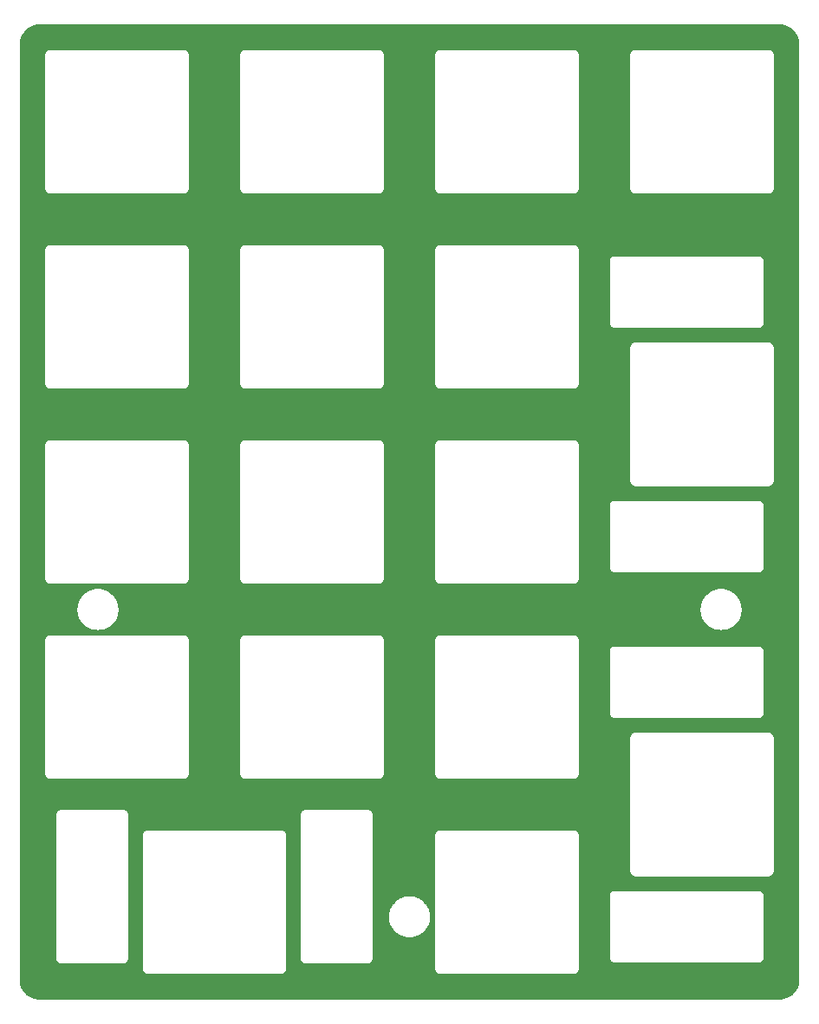
<source format=gbr>
%TF.GenerationSoftware,KiCad,Pcbnew,7.0.7*%
%TF.CreationDate,2023-12-10T00:16:43+02:00*%
%TF.ProjectId,calc_plate,63616c63-5f70-46c6-9174-652e6b696361,rev?*%
%TF.SameCoordinates,Original*%
%TF.FileFunction,Copper,L1,Top*%
%TF.FilePolarity,Positive*%
%FSLAX46Y46*%
G04 Gerber Fmt 4.6, Leading zero omitted, Abs format (unit mm)*
G04 Created by KiCad (PCBNEW 7.0.7) date 2023-12-10 00:16:43*
%MOMM*%
%LPD*%
G01*
G04 APERTURE LIST*
G04 APERTURE END LIST*
%TA.AperFunction,NonConductor*%
G36*
X121042019Y-35450633D02*
G01*
X121077198Y-35452938D01*
X121123708Y-35455986D01*
X121305459Y-35468985D01*
X121313100Y-35470015D01*
X121406738Y-35488641D01*
X121429420Y-35493153D01*
X121455023Y-35498722D01*
X121573666Y-35524531D01*
X121580383Y-35526395D01*
X121699437Y-35566809D01*
X121796671Y-35603076D01*
X121831741Y-35616157D01*
X121837499Y-35618643D01*
X121952952Y-35675578D01*
X122074906Y-35742170D01*
X122079634Y-35745032D01*
X122136571Y-35783076D01*
X122186649Y-35816537D01*
X122189358Y-35818454D01*
X122298652Y-35900271D01*
X122302345Y-35903265D01*
X122399502Y-35988469D01*
X122402448Y-35991228D01*
X122498769Y-36087549D01*
X122501526Y-36090492D01*
X122586729Y-36187648D01*
X122589732Y-36191353D01*
X122641564Y-36260592D01*
X122671543Y-36300639D01*
X122673461Y-36303349D01*
X122744962Y-36410357D01*
X122747828Y-36415091D01*
X122814421Y-36537047D01*
X122871355Y-36652499D01*
X122873841Y-36658257D01*
X122910212Y-36755768D01*
X122923196Y-36790578D01*
X122928289Y-36805581D01*
X122963597Y-36909596D01*
X122965472Y-36916352D01*
X122996846Y-37060579D01*
X123019980Y-37176880D01*
X123021015Y-37184560D01*
X123034017Y-37366350D01*
X123039367Y-37447966D01*
X123039500Y-37452023D01*
X123039500Y-128697975D01*
X123039367Y-128702032D01*
X123034017Y-128783648D01*
X123021015Y-128965438D01*
X123019980Y-128973118D01*
X122996846Y-129089420D01*
X122965472Y-129233646D01*
X122963597Y-129240401D01*
X122929297Y-129341448D01*
X122923208Y-129359388D01*
X122923195Y-129359425D01*
X122873841Y-129491741D01*
X122871355Y-129497499D01*
X122814421Y-129612952D01*
X122747828Y-129734907D01*
X122744961Y-129739641D01*
X122673461Y-129846649D01*
X122671543Y-129849359D01*
X122589744Y-129958631D01*
X122586723Y-129962357D01*
X122501529Y-130059502D01*
X122498755Y-130062464D01*
X122402464Y-130158755D01*
X122399502Y-130161529D01*
X122302357Y-130246723D01*
X122298631Y-130249744D01*
X122189359Y-130331543D01*
X122186649Y-130333461D01*
X122079641Y-130404961D01*
X122074907Y-130407828D01*
X121952952Y-130474421D01*
X121837499Y-130531355D01*
X121831741Y-130533841D01*
X121710956Y-130578893D01*
X121699418Y-130583197D01*
X121580401Y-130623597D01*
X121573646Y-130625472D01*
X121429420Y-130656846D01*
X121313118Y-130679980D01*
X121305438Y-130681015D01*
X121123648Y-130694017D01*
X121072582Y-130697364D01*
X121042025Y-130699367D01*
X121037976Y-130699500D01*
X48842024Y-130699500D01*
X48837974Y-130699367D01*
X48799954Y-130696875D01*
X48756350Y-130694017D01*
X48574560Y-130681015D01*
X48566880Y-130679980D01*
X48450579Y-130656846D01*
X48306352Y-130625472D01*
X48299596Y-130623597D01*
X48267881Y-130612831D01*
X48180578Y-130583196D01*
X48145768Y-130570212D01*
X48048257Y-130533841D01*
X48042499Y-130531355D01*
X47927047Y-130474421D01*
X47805091Y-130407828D01*
X47800357Y-130404962D01*
X47693349Y-130333461D01*
X47690639Y-130331543D01*
X47650592Y-130301564D01*
X47581353Y-130249732D01*
X47577648Y-130246729D01*
X47480492Y-130161526D01*
X47477549Y-130158769D01*
X47381228Y-130062448D01*
X47378469Y-130059502D01*
X47345450Y-130021851D01*
X47293265Y-129962345D01*
X47290271Y-129958652D01*
X47208454Y-129849358D01*
X47206537Y-129846649D01*
X47135036Y-129739641D01*
X47132170Y-129734906D01*
X47065578Y-129612952D01*
X47008643Y-129497499D01*
X47006157Y-129491741D01*
X46993076Y-129456671D01*
X46956805Y-129359425D01*
X46916395Y-129240383D01*
X46914531Y-129233666D01*
X46883153Y-129089420D01*
X46878641Y-129066738D01*
X46860015Y-128973100D01*
X46858985Y-128965459D01*
X46845986Y-128783708D01*
X46842938Y-128737198D01*
X46840633Y-128702019D01*
X46840500Y-128697964D01*
X46840500Y-127616560D01*
X58882306Y-127616560D01*
X58888969Y-127667169D01*
X58889500Y-127675271D01*
X58889500Y-127731391D01*
X58889501Y-127731400D01*
X58891251Y-127739069D01*
X58889796Y-127762786D01*
X58901091Y-127790053D01*
X58907421Y-127809913D01*
X58914596Y-127841352D01*
X58925016Y-127862989D01*
X58929281Y-127888891D01*
X58943537Y-127907470D01*
X58956881Y-127929155D01*
X58963532Y-127942966D01*
X58963533Y-127942969D01*
X58986965Y-127972350D01*
X58997804Y-127998901D01*
X59012421Y-128010117D01*
X59028880Y-128026271D01*
X59028930Y-128026222D01*
X59038778Y-128036070D01*
X59038728Y-128036119D01*
X59054880Y-128052577D01*
X59061526Y-128061238D01*
X59066170Y-128061878D01*
X59092648Y-128078033D01*
X59122031Y-128101466D01*
X59122033Y-128101467D01*
X59135845Y-128108119D01*
X59157529Y-128121463D01*
X59168503Y-128129883D01*
X59170321Y-128129690D01*
X59202011Y-128139982D01*
X59223649Y-128150403D01*
X59255089Y-128157578D01*
X59274946Y-128163908D01*
X59292137Y-128171029D01*
X59325933Y-128173749D01*
X59333600Y-128175499D01*
X59333605Y-128175499D01*
X59333607Y-128175500D01*
X59333609Y-128175500D01*
X59389736Y-128175500D01*
X59397837Y-128176031D01*
X59436546Y-128181127D01*
X59472937Y-128175500D01*
X72307062Y-128175500D01*
X72331558Y-128182693D01*
X72382162Y-128176031D01*
X72390263Y-128175500D01*
X72446391Y-128175500D01*
X72446393Y-128175500D01*
X72454060Y-128173750D01*
X72477782Y-128175202D01*
X72505048Y-128163909D01*
X72524904Y-128157580D01*
X72556351Y-128150403D01*
X72577986Y-128139983D01*
X72603890Y-128135717D01*
X72622465Y-128121465D01*
X72644152Y-128108120D01*
X72657967Y-128101467D01*
X72657968Y-128101466D01*
X72687348Y-128078035D01*
X72713902Y-128067194D01*
X72725116Y-128052580D01*
X72741271Y-128036119D01*
X72741222Y-128036070D01*
X72751070Y-128026222D01*
X72751119Y-128026271D01*
X72767580Y-128010116D01*
X72776242Y-128003469D01*
X72776882Y-127998823D01*
X72793036Y-127972348D01*
X72816465Y-127942969D01*
X72816467Y-127942967D01*
X72823120Y-127929152D01*
X72836465Y-127907465D01*
X72844885Y-127896490D01*
X72844692Y-127894672D01*
X72854984Y-127862986D01*
X72865403Y-127841351D01*
X72872580Y-127809904D01*
X72878909Y-127790048D01*
X72886028Y-127772860D01*
X72888750Y-127739059D01*
X72890498Y-127731400D01*
X72890500Y-127731393D01*
X72890500Y-127675261D01*
X72891031Y-127667160D01*
X72896126Y-127628455D01*
X72894287Y-127616560D01*
X87457306Y-127616560D01*
X87463969Y-127667169D01*
X87464500Y-127675271D01*
X87464500Y-127731391D01*
X87464501Y-127731400D01*
X87466251Y-127739069D01*
X87464796Y-127762786D01*
X87476091Y-127790053D01*
X87482421Y-127809913D01*
X87489596Y-127841352D01*
X87500016Y-127862989D01*
X87504281Y-127888891D01*
X87518537Y-127907470D01*
X87531881Y-127929155D01*
X87538532Y-127942966D01*
X87538533Y-127942969D01*
X87561965Y-127972350D01*
X87572804Y-127998901D01*
X87587421Y-128010117D01*
X87603880Y-128026271D01*
X87603930Y-128026222D01*
X87613778Y-128036070D01*
X87613728Y-128036119D01*
X87629880Y-128052577D01*
X87636526Y-128061238D01*
X87641170Y-128061878D01*
X87667648Y-128078033D01*
X87697031Y-128101466D01*
X87697033Y-128101467D01*
X87710845Y-128108119D01*
X87732529Y-128121463D01*
X87743503Y-128129883D01*
X87745321Y-128129690D01*
X87777011Y-128139982D01*
X87798649Y-128150403D01*
X87830089Y-128157578D01*
X87849946Y-128163908D01*
X87867137Y-128171029D01*
X87900933Y-128173749D01*
X87908600Y-128175499D01*
X87908605Y-128175499D01*
X87908607Y-128175500D01*
X87908609Y-128175500D01*
X87964736Y-128175500D01*
X87972837Y-128176031D01*
X88011546Y-128181127D01*
X88047937Y-128175500D01*
X100882062Y-128175500D01*
X100906558Y-128182693D01*
X100957162Y-128176031D01*
X100965263Y-128175500D01*
X101021391Y-128175500D01*
X101021393Y-128175500D01*
X101029060Y-128173750D01*
X101052782Y-128175202D01*
X101080048Y-128163909D01*
X101099904Y-128157580D01*
X101131351Y-128150403D01*
X101152986Y-128139983D01*
X101178890Y-128135717D01*
X101197465Y-128121465D01*
X101219152Y-128108120D01*
X101232967Y-128101467D01*
X101232968Y-128101466D01*
X101262348Y-128078035D01*
X101288902Y-128067194D01*
X101300116Y-128052580D01*
X101316271Y-128036119D01*
X101316222Y-128036070D01*
X101326070Y-128026222D01*
X101326119Y-128026271D01*
X101342580Y-128010116D01*
X101351242Y-128003469D01*
X101351882Y-127998823D01*
X101368036Y-127972348D01*
X101391465Y-127942969D01*
X101391467Y-127942967D01*
X101398120Y-127929152D01*
X101411465Y-127907465D01*
X101419885Y-127896490D01*
X101419692Y-127894672D01*
X101429984Y-127862986D01*
X101440403Y-127841351D01*
X101447580Y-127809904D01*
X101453909Y-127790048D01*
X101461028Y-127772860D01*
X101463750Y-127739059D01*
X101465498Y-127731400D01*
X101465500Y-127731393D01*
X101465500Y-127675261D01*
X101466031Y-127667160D01*
X101471126Y-127628455D01*
X101465500Y-127592061D01*
X101465500Y-126529560D01*
X104507306Y-126529560D01*
X104513969Y-126580169D01*
X104514500Y-126588271D01*
X104514500Y-126644391D01*
X104514501Y-126644400D01*
X104516251Y-126652069D01*
X104514796Y-126675786D01*
X104526091Y-126703053D01*
X104532421Y-126722913D01*
X104539596Y-126754352D01*
X104550016Y-126775989D01*
X104554281Y-126801891D01*
X104568537Y-126820470D01*
X104581881Y-126842155D01*
X104588532Y-126855966D01*
X104588533Y-126855969D01*
X104611965Y-126885350D01*
X104622804Y-126911901D01*
X104637421Y-126923117D01*
X104653880Y-126939271D01*
X104653930Y-126939222D01*
X104663778Y-126949070D01*
X104663728Y-126949119D01*
X104679880Y-126965577D01*
X104686526Y-126974238D01*
X104691170Y-126974878D01*
X104717648Y-126991033D01*
X104747031Y-127014466D01*
X104747033Y-127014467D01*
X104760845Y-127021119D01*
X104782529Y-127034463D01*
X104793503Y-127042883D01*
X104795321Y-127042690D01*
X104827011Y-127052982D01*
X104848649Y-127063403D01*
X104880089Y-127070578D01*
X104899946Y-127076908D01*
X104917137Y-127084029D01*
X104950933Y-127086749D01*
X104958600Y-127088499D01*
X104958605Y-127088499D01*
X104958607Y-127088500D01*
X104958609Y-127088500D01*
X105014736Y-127088500D01*
X105022837Y-127089031D01*
X105061546Y-127094127D01*
X105097937Y-127088500D01*
X118932062Y-127088500D01*
X118956558Y-127095693D01*
X119007162Y-127089031D01*
X119015263Y-127088500D01*
X119071391Y-127088500D01*
X119071393Y-127088500D01*
X119079060Y-127086750D01*
X119102782Y-127088202D01*
X119130048Y-127076909D01*
X119149904Y-127070580D01*
X119181351Y-127063403D01*
X119202986Y-127052983D01*
X119228890Y-127048717D01*
X119247465Y-127034465D01*
X119269152Y-127021120D01*
X119282967Y-127014467D01*
X119282968Y-127014466D01*
X119312348Y-126991035D01*
X119338902Y-126980194D01*
X119350116Y-126965580D01*
X119366271Y-126949119D01*
X119366222Y-126949070D01*
X119376070Y-126939222D01*
X119376119Y-126939271D01*
X119392580Y-126923116D01*
X119401242Y-126916469D01*
X119401882Y-126911823D01*
X119418036Y-126885348D01*
X119441465Y-126855969D01*
X119441467Y-126855967D01*
X119448120Y-126842152D01*
X119461465Y-126820465D01*
X119469885Y-126809490D01*
X119469692Y-126807672D01*
X119479984Y-126775986D01*
X119486341Y-126762786D01*
X119490403Y-126754351D01*
X119497580Y-126722904D01*
X119503909Y-126703048D01*
X119511028Y-126685860D01*
X119513750Y-126652059D01*
X119515498Y-126644400D01*
X119515500Y-126644393D01*
X119515500Y-126588261D01*
X119516031Y-126580160D01*
X119521126Y-126541455D01*
X119515500Y-126505061D01*
X119515500Y-120670937D01*
X119522693Y-120646440D01*
X119516031Y-120595837D01*
X119515500Y-120587736D01*
X119515500Y-120531608D01*
X119515499Y-120531600D01*
X119513749Y-120523933D01*
X119515202Y-120500213D01*
X119503908Y-120472946D01*
X119497578Y-120453085D01*
X119490403Y-120421649D01*
X119479982Y-120400011D01*
X119475716Y-120374104D01*
X119461463Y-120355529D01*
X119448119Y-120333845D01*
X119441467Y-120320033D01*
X119441466Y-120320031D01*
X119418033Y-120290648D01*
X119407192Y-120264094D01*
X119392577Y-120252880D01*
X119376119Y-120236728D01*
X119376070Y-120236778D01*
X119366222Y-120226930D01*
X119366271Y-120226880D01*
X119350117Y-120210421D01*
X119343468Y-120201756D01*
X119338819Y-120201116D01*
X119312350Y-120184965D01*
X119282969Y-120161533D01*
X119282966Y-120161532D01*
X119269155Y-120154881D01*
X119247470Y-120141537D01*
X119236489Y-120133111D01*
X119234665Y-120133306D01*
X119202989Y-120123016D01*
X119181352Y-120112596D01*
X119181353Y-120112596D01*
X119149913Y-120105421D01*
X119130053Y-120099091D01*
X119112864Y-120091971D01*
X119079069Y-120089251D01*
X119071400Y-120087501D01*
X119071394Y-120087500D01*
X119071393Y-120087500D01*
X119015271Y-120087500D01*
X119007169Y-120086969D01*
X118968453Y-120081871D01*
X118932063Y-120087500D01*
X105097936Y-120087500D01*
X105073437Y-120080306D01*
X105022830Y-120086969D01*
X105014728Y-120087500D01*
X104958604Y-120087500D01*
X104950930Y-120089252D01*
X104927208Y-120087797D01*
X104899941Y-120099092D01*
X104880085Y-120105420D01*
X104848650Y-120112595D01*
X104848647Y-120112596D01*
X104827006Y-120123018D01*
X104801104Y-120127282D01*
X104782526Y-120141538D01*
X104760844Y-120154881D01*
X104747034Y-120161531D01*
X104747027Y-120161536D01*
X104717644Y-120184968D01*
X104691094Y-120195806D01*
X104679878Y-120210424D01*
X104663728Y-120226880D01*
X104663778Y-120226930D01*
X104653930Y-120236778D01*
X104653880Y-120236728D01*
X104637424Y-120252878D01*
X104628757Y-120259527D01*
X104628118Y-120264173D01*
X104611968Y-120290644D01*
X104588536Y-120320027D01*
X104588531Y-120320034D01*
X104581881Y-120333844D01*
X104568538Y-120355526D01*
X104560113Y-120366504D01*
X104560308Y-120368325D01*
X104550018Y-120400006D01*
X104539596Y-120421647D01*
X104539595Y-120421650D01*
X104532420Y-120453085D01*
X104526092Y-120472941D01*
X104518971Y-120490133D01*
X104516252Y-120523930D01*
X104514500Y-120531604D01*
X104514500Y-120587727D01*
X104513969Y-120595828D01*
X104508871Y-120634545D01*
X104514500Y-120670936D01*
X104514500Y-126505062D01*
X104507306Y-126529560D01*
X101465500Y-126529560D01*
X101465500Y-118091560D01*
X106507306Y-118091560D01*
X106513969Y-118142169D01*
X106514500Y-118150271D01*
X106514500Y-118206391D01*
X106514501Y-118206400D01*
X106516251Y-118214069D01*
X106514796Y-118237786D01*
X106526091Y-118265053D01*
X106532421Y-118284913D01*
X106539596Y-118316352D01*
X106550016Y-118337989D01*
X106554281Y-118363891D01*
X106568537Y-118382470D01*
X106581881Y-118404155D01*
X106588532Y-118417966D01*
X106588533Y-118417969D01*
X106611965Y-118447350D01*
X106622804Y-118473901D01*
X106637421Y-118485117D01*
X106653880Y-118501271D01*
X106653930Y-118501222D01*
X106663778Y-118511070D01*
X106663728Y-118511119D01*
X106679880Y-118527577D01*
X106686526Y-118536238D01*
X106691170Y-118536878D01*
X106717648Y-118553033D01*
X106747031Y-118576466D01*
X106747033Y-118576467D01*
X106760845Y-118583119D01*
X106782529Y-118596463D01*
X106793503Y-118604883D01*
X106795321Y-118604690D01*
X106827011Y-118614982D01*
X106848649Y-118625403D01*
X106880089Y-118632578D01*
X106899946Y-118638908D01*
X106917137Y-118646029D01*
X106950933Y-118648749D01*
X106958600Y-118650499D01*
X106958605Y-118650499D01*
X106958607Y-118650500D01*
X106958609Y-118650500D01*
X107014736Y-118650500D01*
X107022837Y-118651031D01*
X107061546Y-118656127D01*
X107097937Y-118650500D01*
X119932062Y-118650500D01*
X119956558Y-118657693D01*
X120007162Y-118651031D01*
X120015263Y-118650500D01*
X120071391Y-118650500D01*
X120071393Y-118650500D01*
X120079060Y-118648750D01*
X120102782Y-118650202D01*
X120130048Y-118638909D01*
X120149904Y-118632580D01*
X120181351Y-118625403D01*
X120202986Y-118614983D01*
X120228890Y-118610717D01*
X120247465Y-118596465D01*
X120269152Y-118583120D01*
X120282967Y-118576467D01*
X120282968Y-118576466D01*
X120312348Y-118553035D01*
X120338902Y-118542194D01*
X120350116Y-118527580D01*
X120366271Y-118511119D01*
X120366222Y-118511070D01*
X120376070Y-118501222D01*
X120376119Y-118501271D01*
X120392580Y-118485116D01*
X120401242Y-118478469D01*
X120401882Y-118473823D01*
X120418036Y-118447348D01*
X120441465Y-118417969D01*
X120441467Y-118417967D01*
X120448120Y-118404152D01*
X120461465Y-118382465D01*
X120469885Y-118371490D01*
X120469692Y-118369672D01*
X120479984Y-118337986D01*
X120490403Y-118316351D01*
X120497580Y-118284904D01*
X120503909Y-118265048D01*
X120511028Y-118247860D01*
X120513750Y-118214059D01*
X120515498Y-118206400D01*
X120515500Y-118206393D01*
X120515500Y-118150261D01*
X120516031Y-118142160D01*
X120521126Y-118103455D01*
X120515500Y-118067061D01*
X120515500Y-105232937D01*
X120522693Y-105208440D01*
X120516031Y-105157837D01*
X120515500Y-105149736D01*
X120515500Y-105093608D01*
X120515499Y-105093600D01*
X120513749Y-105085933D01*
X120515202Y-105062213D01*
X120503908Y-105034946D01*
X120497578Y-105015085D01*
X120490403Y-104983649D01*
X120479982Y-104962011D01*
X120475716Y-104936104D01*
X120461463Y-104917529D01*
X120448119Y-104895845D01*
X120441467Y-104882033D01*
X120441466Y-104882031D01*
X120418033Y-104852648D01*
X120407192Y-104826094D01*
X120392577Y-104814880D01*
X120376119Y-104798728D01*
X120376070Y-104798778D01*
X120366222Y-104788930D01*
X120366271Y-104788880D01*
X120350117Y-104772421D01*
X120343468Y-104763756D01*
X120338819Y-104763116D01*
X120312350Y-104746965D01*
X120282969Y-104723533D01*
X120282966Y-104723532D01*
X120269155Y-104716881D01*
X120247470Y-104703537D01*
X120236489Y-104695111D01*
X120234665Y-104695306D01*
X120202989Y-104685016D01*
X120181352Y-104674596D01*
X120181353Y-104674596D01*
X120149913Y-104667421D01*
X120130053Y-104661091D01*
X120112864Y-104653971D01*
X120079069Y-104651251D01*
X120071400Y-104649501D01*
X120071394Y-104649500D01*
X120071393Y-104649500D01*
X120015271Y-104649500D01*
X120007169Y-104648969D01*
X119968453Y-104643871D01*
X119932063Y-104649500D01*
X107097936Y-104649500D01*
X107073437Y-104642306D01*
X107022830Y-104648969D01*
X107014728Y-104649500D01*
X106958604Y-104649500D01*
X106950930Y-104651252D01*
X106927208Y-104649797D01*
X106899941Y-104661092D01*
X106880085Y-104667420D01*
X106848650Y-104674595D01*
X106848647Y-104674596D01*
X106827006Y-104685018D01*
X106801104Y-104689282D01*
X106782526Y-104703538D01*
X106760844Y-104716881D01*
X106747034Y-104723531D01*
X106747027Y-104723536D01*
X106717644Y-104746968D01*
X106691094Y-104757806D01*
X106679878Y-104772424D01*
X106663728Y-104788880D01*
X106663778Y-104788930D01*
X106653930Y-104798778D01*
X106653880Y-104798728D01*
X106637424Y-104814878D01*
X106628757Y-104821527D01*
X106628118Y-104826173D01*
X106611968Y-104852644D01*
X106588536Y-104882027D01*
X106588531Y-104882034D01*
X106581881Y-104895844D01*
X106568538Y-104917526D01*
X106560113Y-104928504D01*
X106560308Y-104930325D01*
X106550018Y-104962006D01*
X106539596Y-104983647D01*
X106539595Y-104983650D01*
X106532420Y-105015085D01*
X106526092Y-105034941D01*
X106518971Y-105052133D01*
X106516252Y-105085930D01*
X106514500Y-105093604D01*
X106514500Y-105149721D01*
X106513969Y-105157823D01*
X106508871Y-105196543D01*
X106514500Y-105232941D01*
X106514500Y-118067062D01*
X106507306Y-118091560D01*
X101465500Y-118091560D01*
X101465500Y-114757937D01*
X101472693Y-114733440D01*
X101466031Y-114682837D01*
X101465500Y-114674736D01*
X101465500Y-114618608D01*
X101465499Y-114618600D01*
X101463749Y-114610933D01*
X101465202Y-114587213D01*
X101453908Y-114559946D01*
X101447578Y-114540085D01*
X101440403Y-114508649D01*
X101429982Y-114487011D01*
X101425716Y-114461104D01*
X101411463Y-114442529D01*
X101398119Y-114420845D01*
X101391467Y-114407033D01*
X101391466Y-114407031D01*
X101368033Y-114377648D01*
X101357192Y-114351094D01*
X101342577Y-114339880D01*
X101326119Y-114323728D01*
X101326070Y-114323778D01*
X101316222Y-114313930D01*
X101316271Y-114313880D01*
X101300117Y-114297421D01*
X101293468Y-114288756D01*
X101288819Y-114288116D01*
X101262350Y-114271965D01*
X101232969Y-114248533D01*
X101232966Y-114248532D01*
X101219155Y-114241881D01*
X101197470Y-114228537D01*
X101186489Y-114220111D01*
X101184665Y-114220306D01*
X101152989Y-114210016D01*
X101131352Y-114199596D01*
X101131353Y-114199596D01*
X101099913Y-114192421D01*
X101080053Y-114186091D01*
X101062864Y-114178971D01*
X101029069Y-114176251D01*
X101021400Y-114174501D01*
X101021394Y-114174500D01*
X101021393Y-114174500D01*
X100965271Y-114174500D01*
X100957169Y-114173969D01*
X100918453Y-114168871D01*
X100882063Y-114174500D01*
X88047936Y-114174500D01*
X88023437Y-114167306D01*
X87972830Y-114173969D01*
X87964728Y-114174500D01*
X87908604Y-114174500D01*
X87900930Y-114176252D01*
X87877208Y-114174797D01*
X87849941Y-114186092D01*
X87830085Y-114192420D01*
X87798650Y-114199595D01*
X87798647Y-114199596D01*
X87777006Y-114210018D01*
X87751104Y-114214282D01*
X87732526Y-114228538D01*
X87710844Y-114241881D01*
X87697034Y-114248531D01*
X87697027Y-114248536D01*
X87667644Y-114271968D01*
X87641094Y-114282806D01*
X87629878Y-114297424D01*
X87613728Y-114313880D01*
X87613778Y-114313930D01*
X87603930Y-114323778D01*
X87603880Y-114323728D01*
X87587424Y-114339878D01*
X87578757Y-114346527D01*
X87578118Y-114351173D01*
X87561968Y-114377644D01*
X87538536Y-114407027D01*
X87538531Y-114407034D01*
X87531881Y-114420844D01*
X87518538Y-114442526D01*
X87510113Y-114453504D01*
X87510308Y-114455325D01*
X87500018Y-114487006D01*
X87489596Y-114508647D01*
X87489595Y-114508650D01*
X87482420Y-114540085D01*
X87476092Y-114559941D01*
X87468971Y-114577133D01*
X87466252Y-114610930D01*
X87464500Y-114618604D01*
X87464500Y-114674721D01*
X87463969Y-114682823D01*
X87458871Y-114721543D01*
X87464500Y-114757941D01*
X87464500Y-127592062D01*
X87457306Y-127616560D01*
X72894287Y-127616560D01*
X72890500Y-127592061D01*
X72890500Y-126616560D01*
X74320306Y-126616560D01*
X74326969Y-126667169D01*
X74327500Y-126675271D01*
X74327500Y-126731391D01*
X74327501Y-126731400D01*
X74329251Y-126739069D01*
X74327796Y-126762786D01*
X74339091Y-126790053D01*
X74345421Y-126809913D01*
X74352596Y-126841352D01*
X74363016Y-126862989D01*
X74367281Y-126888891D01*
X74381537Y-126907470D01*
X74394881Y-126929155D01*
X74401532Y-126942966D01*
X74401533Y-126942969D01*
X74424965Y-126972350D01*
X74435804Y-126998901D01*
X74450421Y-127010117D01*
X74466880Y-127026271D01*
X74466930Y-127026222D01*
X74476778Y-127036070D01*
X74476728Y-127036119D01*
X74492880Y-127052577D01*
X74499526Y-127061238D01*
X74504170Y-127061878D01*
X74530648Y-127078033D01*
X74560031Y-127101466D01*
X74560033Y-127101467D01*
X74573845Y-127108119D01*
X74595529Y-127121463D01*
X74606503Y-127129883D01*
X74608321Y-127129690D01*
X74640011Y-127139982D01*
X74661649Y-127150403D01*
X74693089Y-127157578D01*
X74712946Y-127163908D01*
X74730137Y-127171029D01*
X74763933Y-127173749D01*
X74771600Y-127175499D01*
X74771605Y-127175499D01*
X74771607Y-127175500D01*
X74771609Y-127175500D01*
X74827736Y-127175500D01*
X74835837Y-127176031D01*
X74874546Y-127181127D01*
X74910937Y-127175500D01*
X80745062Y-127175500D01*
X80769558Y-127182693D01*
X80820162Y-127176031D01*
X80828263Y-127175500D01*
X80884391Y-127175500D01*
X80884393Y-127175500D01*
X80892060Y-127173750D01*
X80915782Y-127175202D01*
X80943048Y-127163909D01*
X80962904Y-127157580D01*
X80994351Y-127150403D01*
X81015986Y-127139983D01*
X81041890Y-127135717D01*
X81060465Y-127121465D01*
X81082152Y-127108120D01*
X81095967Y-127101467D01*
X81095968Y-127101466D01*
X81125348Y-127078035D01*
X81151902Y-127067194D01*
X81163116Y-127052580D01*
X81179271Y-127036119D01*
X81179222Y-127036070D01*
X81189070Y-127026222D01*
X81189119Y-127026271D01*
X81205580Y-127010116D01*
X81214242Y-127003469D01*
X81214882Y-126998823D01*
X81231036Y-126972348D01*
X81254467Y-126942967D01*
X81261119Y-126929152D01*
X81274465Y-126907465D01*
X81282885Y-126896490D01*
X81282692Y-126894672D01*
X81292984Y-126862986D01*
X81296365Y-126855966D01*
X81303403Y-126841351D01*
X81310580Y-126809904D01*
X81316909Y-126790048D01*
X81324028Y-126772860D01*
X81326750Y-126739059D01*
X81328498Y-126731400D01*
X81328500Y-126731393D01*
X81328500Y-126675261D01*
X81329031Y-126667160D01*
X81334126Y-126628455D01*
X81328500Y-126592061D01*
X81328500Y-122600000D01*
X82934390Y-122600000D01*
X82941745Y-122702844D01*
X82942390Y-122711853D01*
X82942548Y-122716277D01*
X82942548Y-122742861D01*
X82946331Y-122769172D01*
X82946804Y-122773574D01*
X82954804Y-122885428D01*
X82954805Y-122885435D01*
X82978637Y-122994988D01*
X82979423Y-122999346D01*
X82983206Y-123025666D01*
X82990698Y-123051181D01*
X82991793Y-123055471D01*
X83015630Y-123165046D01*
X83015631Y-123165048D01*
X83054819Y-123270118D01*
X83056217Y-123274317D01*
X83063705Y-123299816D01*
X83074746Y-123323994D01*
X83076440Y-123328084D01*
X83115632Y-123433159D01*
X83115635Y-123433166D01*
X83169363Y-123531561D01*
X83171345Y-123535521D01*
X83182394Y-123559717D01*
X83196772Y-123582088D01*
X83199031Y-123585895D01*
X83241751Y-123664129D01*
X83252772Y-123684312D01*
X83252776Y-123684318D01*
X83319976Y-123774086D01*
X83322498Y-123777719D01*
X83336873Y-123800086D01*
X83347493Y-123812343D01*
X83354284Y-123820180D01*
X83357055Y-123823619D01*
X83424261Y-123913395D01*
X83503552Y-123992686D01*
X83506562Y-123995919D01*
X83523978Y-124016018D01*
X83544078Y-124033435D01*
X83547304Y-124036438D01*
X83626605Y-124115739D01*
X83716404Y-124182961D01*
X83719815Y-124185711D01*
X83739911Y-124203126D01*
X83757905Y-124214689D01*
X83762266Y-124217492D01*
X83762276Y-124217498D01*
X83765914Y-124220024D01*
X83855682Y-124287224D01*
X83855690Y-124287229D01*
X83954102Y-124340966D01*
X83957910Y-124343225D01*
X83980286Y-124357606D01*
X84004479Y-124368654D01*
X84008431Y-124370632D01*
X84106839Y-124424367D01*
X84211914Y-124463558D01*
X84215993Y-124465247D01*
X84240179Y-124476293D01*
X84265691Y-124483784D01*
X84269872Y-124485175D01*
X84374954Y-124524369D01*
X84484554Y-124548211D01*
X84488788Y-124549291D01*
X84514326Y-124556790D01*
X84514331Y-124556790D01*
X84514339Y-124556793D01*
X84540655Y-124560576D01*
X84544982Y-124561356D01*
X84654572Y-124585196D01*
X84766450Y-124593197D01*
X84770795Y-124593664D01*
X84797139Y-124597452D01*
X84797146Y-124597452D01*
X84823721Y-124597452D01*
X84828143Y-124597609D01*
X84877344Y-124601128D01*
X84939999Y-124605610D01*
X84940000Y-124605610D01*
X84940001Y-124605610D01*
X85002655Y-124601128D01*
X85051856Y-124597609D01*
X85056279Y-124597452D01*
X85082854Y-124597452D01*
X85082861Y-124597452D01*
X85109219Y-124593662D01*
X85113516Y-124593200D01*
X85225428Y-124585196D01*
X85335012Y-124561357D01*
X85339345Y-124560576D01*
X85365671Y-124556791D01*
X85391189Y-124549298D01*
X85395438Y-124548212D01*
X85505046Y-124524369D01*
X85610124Y-124485177D01*
X85614291Y-124483789D01*
X85639821Y-124476293D01*
X85664020Y-124465241D01*
X85668056Y-124463569D01*
X85773161Y-124424367D01*
X85871568Y-124370632D01*
X85875514Y-124368657D01*
X85899708Y-124357608D01*
X85899716Y-124357602D01*
X85899722Y-124357600D01*
X85922104Y-124343215D01*
X85925872Y-124340979D01*
X86024315Y-124287226D01*
X86114120Y-124219998D01*
X86117697Y-124217515D01*
X86140086Y-124203127D01*
X86160208Y-124185690D01*
X86163591Y-124182965D01*
X86253395Y-124115739D01*
X86332690Y-124036444D01*
X86335913Y-124033442D01*
X86356020Y-124016020D01*
X86373445Y-123995909D01*
X86376433Y-123992700D01*
X86455739Y-123913395D01*
X86522965Y-123823591D01*
X86525690Y-123820208D01*
X86543127Y-123800086D01*
X86557507Y-123777709D01*
X86560008Y-123774107D01*
X86627226Y-123684315D01*
X86680979Y-123585872D01*
X86683215Y-123582104D01*
X86697600Y-123559722D01*
X86697602Y-123559716D01*
X86697608Y-123559708D01*
X86708657Y-123535514D01*
X86710636Y-123531561D01*
X86764367Y-123433161D01*
X86803569Y-123328056D01*
X86805241Y-123324020D01*
X86816293Y-123299821D01*
X86823789Y-123274291D01*
X86825177Y-123270124D01*
X86828758Y-123260522D01*
X86864369Y-123165046D01*
X86888212Y-123055438D01*
X86889298Y-123051189D01*
X86896791Y-123025671D01*
X86900576Y-122999345D01*
X86901357Y-122995012D01*
X86925196Y-122885428D01*
X86933198Y-122773540D01*
X86933666Y-122769192D01*
X86937452Y-122742861D01*
X86938107Y-122706105D01*
X86938250Y-122702901D01*
X86945610Y-122600000D01*
X86938250Y-122497102D01*
X86938107Y-122493890D01*
X86937452Y-122457139D01*
X86933663Y-122430789D01*
X86933197Y-122426450D01*
X86925196Y-122314572D01*
X86901356Y-122204982D01*
X86900576Y-122200655D01*
X86896793Y-122174339D01*
X86896790Y-122174331D01*
X86896790Y-122174326D01*
X86889291Y-122148788D01*
X86888211Y-122144554D01*
X86864369Y-122034954D01*
X86825175Y-121929872D01*
X86823782Y-121925684D01*
X86816293Y-121900179D01*
X86805246Y-121875989D01*
X86803558Y-121871914D01*
X86803553Y-121871901D01*
X86764367Y-121766839D01*
X86710632Y-121668431D01*
X86708654Y-121664479D01*
X86697606Y-121640286D01*
X86683225Y-121617910D01*
X86680966Y-121614102D01*
X86627229Y-121515690D01*
X86627224Y-121515682D01*
X86560024Y-121425914D01*
X86557498Y-121422276D01*
X86543126Y-121399911D01*
X86525711Y-121379815D01*
X86522961Y-121376404D01*
X86455739Y-121286605D01*
X86376438Y-121207304D01*
X86373435Y-121204078D01*
X86372484Y-121202981D01*
X86356020Y-121183980D01*
X86335921Y-121166564D01*
X86332681Y-121163547D01*
X86253398Y-121084264D01*
X86253396Y-121084262D01*
X86253395Y-121084261D01*
X86163619Y-121017055D01*
X86160180Y-121014284D01*
X86147188Y-121003027D01*
X86140086Y-120996873D01*
X86117719Y-120982498D01*
X86114086Y-120979976D01*
X86024318Y-120912776D01*
X86024316Y-120912775D01*
X86024315Y-120912774D01*
X86004129Y-120901751D01*
X85925895Y-120859031D01*
X85922088Y-120856772D01*
X85899717Y-120842394D01*
X85875521Y-120831345D01*
X85871561Y-120829363D01*
X85773166Y-120775635D01*
X85773159Y-120775632D01*
X85668084Y-120736440D01*
X85663994Y-120734746D01*
X85649072Y-120727931D01*
X85639821Y-120723707D01*
X85639819Y-120723706D01*
X85639816Y-120723705D01*
X85614317Y-120716217D01*
X85610118Y-120714819D01*
X85505048Y-120675631D01*
X85505046Y-120675630D01*
X85395471Y-120651793D01*
X85391180Y-120650698D01*
X85384402Y-120648708D01*
X85365669Y-120643207D01*
X85339346Y-120639423D01*
X85334988Y-120638637D01*
X85225435Y-120614805D01*
X85225428Y-120614804D01*
X85113574Y-120606804D01*
X85109177Y-120606331D01*
X85082861Y-120602548D01*
X85056279Y-120602548D01*
X85051856Y-120602390D01*
X85002655Y-120598871D01*
X84940001Y-120594390D01*
X84939999Y-120594390D01*
X84877344Y-120598871D01*
X84828143Y-120602390D01*
X84823721Y-120602548D01*
X84797137Y-120602548D01*
X84770826Y-120606331D01*
X84766424Y-120606804D01*
X84654571Y-120614804D01*
X84654561Y-120614805D01*
X84545013Y-120638636D01*
X84540657Y-120639422D01*
X84514325Y-120643207D01*
X84488819Y-120650698D01*
X84484528Y-120651793D01*
X84374953Y-120675630D01*
X84374947Y-120675632D01*
X84269883Y-120714819D01*
X84265684Y-120716216D01*
X84240177Y-120723706D01*
X84215989Y-120734753D01*
X84211901Y-120736446D01*
X84106844Y-120775630D01*
X84106831Y-120775636D01*
X84008436Y-120829363D01*
X84004478Y-120831344D01*
X83980291Y-120842389D01*
X83957909Y-120856773D01*
X83954102Y-120859033D01*
X83855688Y-120912771D01*
X83765903Y-120979981D01*
X83762271Y-120982503D01*
X83739911Y-120996874D01*
X83732810Y-121003027D01*
X83719823Y-121014280D01*
X83716377Y-121017057D01*
X83626619Y-121084249D01*
X83626604Y-121084262D01*
X83547310Y-121163553D01*
X83544071Y-121166569D01*
X83523979Y-121183979D01*
X83506569Y-121204071D01*
X83503553Y-121207310D01*
X83424262Y-121286604D01*
X83424249Y-121286619D01*
X83357059Y-121376375D01*
X83354285Y-121379817D01*
X83349762Y-121385038D01*
X83336866Y-121399920D01*
X83322505Y-121422267D01*
X83319982Y-121425902D01*
X83252771Y-121515688D01*
X83199033Y-121614102D01*
X83196773Y-121617909D01*
X83182389Y-121640291D01*
X83171344Y-121664478D01*
X83169363Y-121668436D01*
X83115636Y-121766831D01*
X83115630Y-121766844D01*
X83076446Y-121871901D01*
X83074753Y-121875989D01*
X83063706Y-121900177D01*
X83056216Y-121925684D01*
X83054819Y-121929883D01*
X83015632Y-122034947D01*
X83015630Y-122034953D01*
X82991793Y-122144528D01*
X82990698Y-122148819D01*
X82983207Y-122174325D01*
X82979422Y-122200657D01*
X82978636Y-122205013D01*
X82954805Y-122314561D01*
X82954804Y-122314571D01*
X82946804Y-122426424D01*
X82946331Y-122430826D01*
X82942548Y-122457136D01*
X82942548Y-122483721D01*
X82942390Y-122488143D01*
X82934390Y-122600000D01*
X81328500Y-122600000D01*
X81328500Y-112757937D01*
X81335693Y-112733440D01*
X81329031Y-112682837D01*
X81328500Y-112674736D01*
X81328500Y-112618608D01*
X81328499Y-112618600D01*
X81326749Y-112610933D01*
X81328202Y-112587213D01*
X81316908Y-112559946D01*
X81310578Y-112540085D01*
X81303403Y-112508649D01*
X81292982Y-112487011D01*
X81288716Y-112461104D01*
X81274463Y-112442529D01*
X81261119Y-112420845D01*
X81254467Y-112407033D01*
X81254466Y-112407031D01*
X81231033Y-112377648D01*
X81220192Y-112351094D01*
X81205577Y-112339880D01*
X81189119Y-112323728D01*
X81189070Y-112323778D01*
X81179222Y-112313930D01*
X81179271Y-112313880D01*
X81163117Y-112297421D01*
X81156468Y-112288756D01*
X81151819Y-112288116D01*
X81125350Y-112271965D01*
X81095969Y-112248533D01*
X81095966Y-112248532D01*
X81082155Y-112241881D01*
X81060470Y-112228537D01*
X81049489Y-112220111D01*
X81047665Y-112220306D01*
X81015989Y-112210016D01*
X80994352Y-112199596D01*
X80994353Y-112199596D01*
X80962913Y-112192421D01*
X80943053Y-112186091D01*
X80925864Y-112178971D01*
X80892069Y-112176251D01*
X80884400Y-112174501D01*
X80884394Y-112174500D01*
X80884393Y-112174500D01*
X80828271Y-112174500D01*
X80820169Y-112173969D01*
X80781453Y-112168871D01*
X80745063Y-112174500D01*
X74910936Y-112174500D01*
X74886437Y-112167306D01*
X74835830Y-112173969D01*
X74827728Y-112174500D01*
X74771604Y-112174500D01*
X74763930Y-112176252D01*
X74740208Y-112174797D01*
X74712941Y-112186092D01*
X74693085Y-112192420D01*
X74661650Y-112199595D01*
X74661647Y-112199596D01*
X74640006Y-112210018D01*
X74614104Y-112214282D01*
X74595526Y-112228538D01*
X74573844Y-112241881D01*
X74560034Y-112248531D01*
X74560027Y-112248536D01*
X74530644Y-112271968D01*
X74504094Y-112282806D01*
X74492878Y-112297424D01*
X74476728Y-112313880D01*
X74476778Y-112313930D01*
X74466930Y-112323778D01*
X74466880Y-112323728D01*
X74450424Y-112339878D01*
X74441757Y-112346527D01*
X74441118Y-112351173D01*
X74424968Y-112377644D01*
X74401536Y-112407027D01*
X74401531Y-112407034D01*
X74394881Y-112420844D01*
X74381538Y-112442526D01*
X74373113Y-112453504D01*
X74373308Y-112455325D01*
X74363018Y-112487006D01*
X74352596Y-112508647D01*
X74352595Y-112508650D01*
X74345420Y-112540085D01*
X74339092Y-112559941D01*
X74331971Y-112577133D01*
X74329252Y-112610930D01*
X74327500Y-112618604D01*
X74327500Y-112674727D01*
X74326969Y-112682828D01*
X74321871Y-112721545D01*
X74327500Y-112757936D01*
X74327500Y-126592062D01*
X74320306Y-126616560D01*
X72890500Y-126616560D01*
X72890500Y-114757937D01*
X72897693Y-114733440D01*
X72891031Y-114682837D01*
X72890500Y-114674736D01*
X72890500Y-114618608D01*
X72890499Y-114618600D01*
X72888749Y-114610933D01*
X72890202Y-114587213D01*
X72878908Y-114559946D01*
X72872578Y-114540085D01*
X72865403Y-114508649D01*
X72854982Y-114487011D01*
X72850716Y-114461104D01*
X72836463Y-114442529D01*
X72823119Y-114420845D01*
X72816467Y-114407033D01*
X72816466Y-114407031D01*
X72793033Y-114377648D01*
X72782192Y-114351094D01*
X72767577Y-114339880D01*
X72751119Y-114323728D01*
X72751070Y-114323778D01*
X72741222Y-114313930D01*
X72741271Y-114313880D01*
X72725117Y-114297421D01*
X72718468Y-114288756D01*
X72713819Y-114288116D01*
X72687350Y-114271965D01*
X72657969Y-114248533D01*
X72657966Y-114248532D01*
X72644155Y-114241881D01*
X72622470Y-114228537D01*
X72611489Y-114220111D01*
X72609665Y-114220306D01*
X72577989Y-114210016D01*
X72556352Y-114199596D01*
X72556353Y-114199596D01*
X72524913Y-114192421D01*
X72505053Y-114186091D01*
X72487864Y-114178971D01*
X72454069Y-114176251D01*
X72446400Y-114174501D01*
X72446394Y-114174500D01*
X72446393Y-114174500D01*
X72390271Y-114174500D01*
X72382169Y-114173969D01*
X72343453Y-114168871D01*
X72307063Y-114174500D01*
X59472936Y-114174500D01*
X59448437Y-114167306D01*
X59397830Y-114173969D01*
X59389728Y-114174500D01*
X59333604Y-114174500D01*
X59325930Y-114176252D01*
X59302208Y-114174797D01*
X59274941Y-114186092D01*
X59255085Y-114192420D01*
X59223650Y-114199595D01*
X59223647Y-114199596D01*
X59202006Y-114210018D01*
X59176104Y-114214282D01*
X59157526Y-114228538D01*
X59135844Y-114241881D01*
X59122034Y-114248531D01*
X59122027Y-114248536D01*
X59092644Y-114271968D01*
X59066094Y-114282806D01*
X59054878Y-114297424D01*
X59038728Y-114313880D01*
X59038778Y-114313930D01*
X59028930Y-114323778D01*
X59028880Y-114323728D01*
X59012424Y-114339878D01*
X59003757Y-114346527D01*
X59003118Y-114351173D01*
X58986968Y-114377644D01*
X58963536Y-114407027D01*
X58963531Y-114407034D01*
X58956881Y-114420844D01*
X58943538Y-114442526D01*
X58935113Y-114453504D01*
X58935308Y-114455325D01*
X58925018Y-114487006D01*
X58914596Y-114508647D01*
X58914595Y-114508650D01*
X58907420Y-114540085D01*
X58901092Y-114559941D01*
X58893971Y-114577133D01*
X58891252Y-114610930D01*
X58889500Y-114618604D01*
X58889500Y-114674721D01*
X58888969Y-114682823D01*
X58883871Y-114721543D01*
X58889500Y-114757941D01*
X58889500Y-127592062D01*
X58882306Y-127616560D01*
X46840500Y-127616560D01*
X46840500Y-126616560D01*
X50444306Y-126616560D01*
X50450969Y-126667169D01*
X50451500Y-126675271D01*
X50451500Y-126731391D01*
X50451501Y-126731400D01*
X50453251Y-126739069D01*
X50451796Y-126762786D01*
X50463091Y-126790053D01*
X50469421Y-126809913D01*
X50476596Y-126841352D01*
X50487016Y-126862989D01*
X50491281Y-126888891D01*
X50505537Y-126907470D01*
X50518881Y-126929155D01*
X50525532Y-126942966D01*
X50525533Y-126942969D01*
X50548965Y-126972350D01*
X50559804Y-126998901D01*
X50574421Y-127010117D01*
X50590880Y-127026271D01*
X50590930Y-127026222D01*
X50600778Y-127036070D01*
X50600728Y-127036119D01*
X50616880Y-127052577D01*
X50623526Y-127061238D01*
X50628170Y-127061878D01*
X50654648Y-127078033D01*
X50684031Y-127101466D01*
X50684033Y-127101467D01*
X50697845Y-127108119D01*
X50719529Y-127121463D01*
X50730503Y-127129883D01*
X50732321Y-127129690D01*
X50764011Y-127139982D01*
X50785649Y-127150403D01*
X50817089Y-127157578D01*
X50836946Y-127163908D01*
X50854137Y-127171029D01*
X50887933Y-127173749D01*
X50895600Y-127175499D01*
X50895605Y-127175499D01*
X50895607Y-127175500D01*
X50895609Y-127175500D01*
X50951736Y-127175500D01*
X50959837Y-127176031D01*
X50998546Y-127181127D01*
X51034937Y-127175500D01*
X56869062Y-127175500D01*
X56893558Y-127182693D01*
X56944162Y-127176031D01*
X56952263Y-127175500D01*
X57008391Y-127175500D01*
X57008393Y-127175500D01*
X57016060Y-127173750D01*
X57039782Y-127175202D01*
X57067048Y-127163909D01*
X57086904Y-127157580D01*
X57118351Y-127150403D01*
X57139986Y-127139983D01*
X57165890Y-127135717D01*
X57184465Y-127121465D01*
X57206152Y-127108120D01*
X57219967Y-127101467D01*
X57219968Y-127101466D01*
X57249348Y-127078035D01*
X57275902Y-127067194D01*
X57287116Y-127052580D01*
X57303271Y-127036119D01*
X57303222Y-127036070D01*
X57313070Y-127026222D01*
X57313119Y-127026271D01*
X57329580Y-127010116D01*
X57338242Y-127003469D01*
X57338882Y-126998823D01*
X57355036Y-126972348D01*
X57378467Y-126942967D01*
X57385119Y-126929152D01*
X57398465Y-126907465D01*
X57406885Y-126896490D01*
X57406692Y-126894672D01*
X57416984Y-126862986D01*
X57420365Y-126855966D01*
X57427403Y-126841351D01*
X57434580Y-126809904D01*
X57440909Y-126790048D01*
X57448028Y-126772860D01*
X57450750Y-126739059D01*
X57452498Y-126731400D01*
X57452500Y-126731393D01*
X57452500Y-126675261D01*
X57453031Y-126667160D01*
X57458126Y-126628455D01*
X57452500Y-126592061D01*
X57452500Y-112757937D01*
X57459693Y-112733440D01*
X57453031Y-112682837D01*
X57452500Y-112674736D01*
X57452500Y-112618608D01*
X57452499Y-112618600D01*
X57450749Y-112610933D01*
X57452202Y-112587213D01*
X57440908Y-112559946D01*
X57434578Y-112540085D01*
X57427403Y-112508649D01*
X57416982Y-112487011D01*
X57412716Y-112461104D01*
X57398463Y-112442529D01*
X57385119Y-112420845D01*
X57378467Y-112407033D01*
X57378466Y-112407031D01*
X57355033Y-112377648D01*
X57344192Y-112351094D01*
X57329577Y-112339880D01*
X57313119Y-112323728D01*
X57313070Y-112323778D01*
X57303222Y-112313930D01*
X57303271Y-112313880D01*
X57287117Y-112297421D01*
X57280468Y-112288756D01*
X57275819Y-112288116D01*
X57249350Y-112271965D01*
X57219969Y-112248533D01*
X57219966Y-112248532D01*
X57206155Y-112241881D01*
X57184470Y-112228537D01*
X57173489Y-112220111D01*
X57171665Y-112220306D01*
X57139989Y-112210016D01*
X57118352Y-112199596D01*
X57118353Y-112199596D01*
X57086913Y-112192421D01*
X57067053Y-112186091D01*
X57049864Y-112178971D01*
X57016069Y-112176251D01*
X57008400Y-112174501D01*
X57008394Y-112174500D01*
X57008393Y-112174500D01*
X56952271Y-112174500D01*
X56944169Y-112173969D01*
X56905453Y-112168871D01*
X56869063Y-112174500D01*
X51034936Y-112174500D01*
X51010437Y-112167306D01*
X50959830Y-112173969D01*
X50951728Y-112174500D01*
X50895604Y-112174500D01*
X50887930Y-112176252D01*
X50864208Y-112174797D01*
X50836941Y-112186092D01*
X50817085Y-112192420D01*
X50785650Y-112199595D01*
X50785647Y-112199596D01*
X50764006Y-112210018D01*
X50738104Y-112214282D01*
X50719526Y-112228538D01*
X50697844Y-112241881D01*
X50684034Y-112248531D01*
X50684027Y-112248536D01*
X50654644Y-112271968D01*
X50628094Y-112282806D01*
X50616878Y-112297424D01*
X50600728Y-112313880D01*
X50600778Y-112313930D01*
X50590930Y-112323778D01*
X50590880Y-112323728D01*
X50574424Y-112339878D01*
X50565757Y-112346527D01*
X50565118Y-112351173D01*
X50548968Y-112377644D01*
X50525536Y-112407027D01*
X50525531Y-112407034D01*
X50518881Y-112420844D01*
X50505538Y-112442526D01*
X50497113Y-112453504D01*
X50497308Y-112455325D01*
X50487018Y-112487006D01*
X50476596Y-112508647D01*
X50476595Y-112508650D01*
X50469420Y-112540085D01*
X50463092Y-112559941D01*
X50455971Y-112577133D01*
X50453252Y-112610930D01*
X50451500Y-112618604D01*
X50451500Y-112674721D01*
X50450969Y-112682823D01*
X50445871Y-112721543D01*
X50451500Y-112757941D01*
X50451500Y-126592062D01*
X50444306Y-126616560D01*
X46840500Y-126616560D01*
X46840500Y-108566560D01*
X49357306Y-108566560D01*
X49363969Y-108617169D01*
X49364500Y-108625271D01*
X49364500Y-108681391D01*
X49364501Y-108681400D01*
X49366251Y-108689069D01*
X49364796Y-108712786D01*
X49376091Y-108740053D01*
X49382421Y-108759913D01*
X49389596Y-108791352D01*
X49400016Y-108812989D01*
X49404281Y-108838891D01*
X49418537Y-108857470D01*
X49431881Y-108879155D01*
X49438532Y-108892966D01*
X49438533Y-108892969D01*
X49461965Y-108922350D01*
X49472804Y-108948901D01*
X49487421Y-108960117D01*
X49503880Y-108976271D01*
X49503930Y-108976222D01*
X49513778Y-108986070D01*
X49513728Y-108986119D01*
X49529880Y-109002577D01*
X49536526Y-109011238D01*
X49541170Y-109011878D01*
X49567648Y-109028033D01*
X49597031Y-109051466D01*
X49597033Y-109051467D01*
X49610845Y-109058119D01*
X49632529Y-109071463D01*
X49643503Y-109079883D01*
X49645321Y-109079690D01*
X49677011Y-109089982D01*
X49698649Y-109100403D01*
X49730089Y-109107578D01*
X49749946Y-109113908D01*
X49767137Y-109121029D01*
X49800933Y-109123749D01*
X49808600Y-109125499D01*
X49808605Y-109125499D01*
X49808607Y-109125500D01*
X49808609Y-109125500D01*
X49864736Y-109125500D01*
X49872837Y-109126031D01*
X49911546Y-109131127D01*
X49947937Y-109125500D01*
X62782062Y-109125500D01*
X62806558Y-109132693D01*
X62857162Y-109126031D01*
X62865263Y-109125500D01*
X62921391Y-109125500D01*
X62921393Y-109125500D01*
X62929060Y-109123750D01*
X62952782Y-109125202D01*
X62980048Y-109113909D01*
X62999904Y-109107580D01*
X63031351Y-109100403D01*
X63052986Y-109089983D01*
X63078890Y-109085717D01*
X63097465Y-109071465D01*
X63119152Y-109058120D01*
X63132967Y-109051467D01*
X63132968Y-109051466D01*
X63162348Y-109028035D01*
X63188902Y-109017194D01*
X63200116Y-109002580D01*
X63216271Y-108986119D01*
X63216222Y-108986070D01*
X63226070Y-108976222D01*
X63226119Y-108976271D01*
X63242580Y-108960116D01*
X63251242Y-108953469D01*
X63251882Y-108948823D01*
X63268036Y-108922348D01*
X63291465Y-108892969D01*
X63291467Y-108892967D01*
X63298120Y-108879152D01*
X63311465Y-108857465D01*
X63319885Y-108846490D01*
X63319692Y-108844672D01*
X63329984Y-108812986D01*
X63340403Y-108791351D01*
X63347580Y-108759904D01*
X63353909Y-108740048D01*
X63361028Y-108722860D01*
X63363750Y-108689059D01*
X63365498Y-108681400D01*
X63365500Y-108681393D01*
X63365500Y-108625261D01*
X63366031Y-108617160D01*
X63371126Y-108578455D01*
X63369287Y-108566560D01*
X68407306Y-108566560D01*
X68413969Y-108617169D01*
X68414500Y-108625271D01*
X68414500Y-108681391D01*
X68414501Y-108681400D01*
X68416251Y-108689069D01*
X68414796Y-108712786D01*
X68426091Y-108740053D01*
X68432421Y-108759913D01*
X68439596Y-108791352D01*
X68450016Y-108812989D01*
X68454281Y-108838891D01*
X68468537Y-108857470D01*
X68481881Y-108879155D01*
X68488532Y-108892966D01*
X68488533Y-108892969D01*
X68511965Y-108922350D01*
X68522804Y-108948901D01*
X68537421Y-108960117D01*
X68553880Y-108976271D01*
X68553930Y-108976222D01*
X68563778Y-108986070D01*
X68563728Y-108986119D01*
X68579880Y-109002577D01*
X68586526Y-109011238D01*
X68591170Y-109011878D01*
X68617648Y-109028033D01*
X68647031Y-109051466D01*
X68647033Y-109051467D01*
X68660845Y-109058119D01*
X68682529Y-109071463D01*
X68693503Y-109079883D01*
X68695321Y-109079690D01*
X68727011Y-109089982D01*
X68748649Y-109100403D01*
X68780089Y-109107578D01*
X68799946Y-109113908D01*
X68817137Y-109121029D01*
X68850933Y-109123749D01*
X68858600Y-109125499D01*
X68858605Y-109125499D01*
X68858607Y-109125500D01*
X68858609Y-109125500D01*
X68914736Y-109125500D01*
X68922837Y-109126031D01*
X68961546Y-109131127D01*
X68997937Y-109125500D01*
X81832062Y-109125500D01*
X81856558Y-109132693D01*
X81907162Y-109126031D01*
X81915263Y-109125500D01*
X81971391Y-109125500D01*
X81971393Y-109125500D01*
X81979060Y-109123750D01*
X82002782Y-109125202D01*
X82030048Y-109113909D01*
X82049904Y-109107580D01*
X82081351Y-109100403D01*
X82102986Y-109089983D01*
X82128890Y-109085717D01*
X82147465Y-109071465D01*
X82169152Y-109058120D01*
X82182967Y-109051467D01*
X82182968Y-109051466D01*
X82212348Y-109028035D01*
X82238902Y-109017194D01*
X82250116Y-109002580D01*
X82266271Y-108986119D01*
X82266222Y-108986070D01*
X82276070Y-108976222D01*
X82276119Y-108976271D01*
X82292580Y-108960116D01*
X82301242Y-108953469D01*
X82301882Y-108948823D01*
X82318036Y-108922348D01*
X82341465Y-108892969D01*
X82341467Y-108892967D01*
X82348120Y-108879152D01*
X82361465Y-108857465D01*
X82369885Y-108846490D01*
X82369692Y-108844672D01*
X82379984Y-108812986D01*
X82390403Y-108791351D01*
X82397580Y-108759904D01*
X82403909Y-108740048D01*
X82411028Y-108722860D01*
X82413750Y-108689059D01*
X82415498Y-108681400D01*
X82415500Y-108681393D01*
X82415500Y-108625261D01*
X82416031Y-108617160D01*
X82421126Y-108578455D01*
X82419287Y-108566560D01*
X87457306Y-108566560D01*
X87463969Y-108617169D01*
X87464500Y-108625271D01*
X87464500Y-108681391D01*
X87464501Y-108681400D01*
X87466251Y-108689069D01*
X87464796Y-108712786D01*
X87476091Y-108740053D01*
X87482421Y-108759913D01*
X87489596Y-108791352D01*
X87500016Y-108812989D01*
X87504281Y-108838891D01*
X87518537Y-108857470D01*
X87531881Y-108879155D01*
X87538532Y-108892966D01*
X87538533Y-108892969D01*
X87561965Y-108922350D01*
X87572804Y-108948901D01*
X87587421Y-108960117D01*
X87603880Y-108976271D01*
X87603930Y-108976222D01*
X87613778Y-108986070D01*
X87613728Y-108986119D01*
X87629880Y-109002577D01*
X87636526Y-109011238D01*
X87641170Y-109011878D01*
X87667648Y-109028033D01*
X87697031Y-109051466D01*
X87697033Y-109051467D01*
X87710845Y-109058119D01*
X87732529Y-109071463D01*
X87743503Y-109079883D01*
X87745321Y-109079690D01*
X87777011Y-109089982D01*
X87798649Y-109100403D01*
X87830089Y-109107578D01*
X87849946Y-109113908D01*
X87867137Y-109121029D01*
X87900933Y-109123749D01*
X87908600Y-109125499D01*
X87908605Y-109125499D01*
X87908607Y-109125500D01*
X87908609Y-109125500D01*
X87964736Y-109125500D01*
X87972837Y-109126031D01*
X88011546Y-109131127D01*
X88047937Y-109125500D01*
X100882062Y-109125500D01*
X100906558Y-109132693D01*
X100957162Y-109126031D01*
X100965263Y-109125500D01*
X101021391Y-109125500D01*
X101021393Y-109125500D01*
X101029060Y-109123750D01*
X101052782Y-109125202D01*
X101080048Y-109113909D01*
X101099904Y-109107580D01*
X101131351Y-109100403D01*
X101152986Y-109089983D01*
X101178890Y-109085717D01*
X101197465Y-109071465D01*
X101219152Y-109058120D01*
X101232967Y-109051467D01*
X101232968Y-109051466D01*
X101262348Y-109028035D01*
X101288902Y-109017194D01*
X101300116Y-109002580D01*
X101316271Y-108986119D01*
X101316222Y-108986070D01*
X101326070Y-108976222D01*
X101326119Y-108976271D01*
X101342580Y-108960116D01*
X101351242Y-108953469D01*
X101351882Y-108948823D01*
X101368036Y-108922348D01*
X101391465Y-108892969D01*
X101391467Y-108892967D01*
X101398120Y-108879152D01*
X101411465Y-108857465D01*
X101419885Y-108846490D01*
X101419692Y-108844672D01*
X101429984Y-108812986D01*
X101440403Y-108791351D01*
X101447580Y-108759904D01*
X101453909Y-108740048D01*
X101461028Y-108722860D01*
X101463750Y-108689059D01*
X101465498Y-108681400D01*
X101465500Y-108681393D01*
X101465500Y-108625261D01*
X101466031Y-108617160D01*
X101471126Y-108578455D01*
X101465500Y-108542061D01*
X101465500Y-102653560D01*
X104507306Y-102653560D01*
X104513969Y-102704169D01*
X104514500Y-102712271D01*
X104514500Y-102768391D01*
X104514501Y-102768400D01*
X104516251Y-102776069D01*
X104514796Y-102799786D01*
X104526091Y-102827053D01*
X104532421Y-102846913D01*
X104539596Y-102878352D01*
X104550016Y-102899989D01*
X104554281Y-102925891D01*
X104568537Y-102944470D01*
X104581881Y-102966155D01*
X104588532Y-102979966D01*
X104588533Y-102979969D01*
X104611965Y-103009350D01*
X104622804Y-103035901D01*
X104637421Y-103047117D01*
X104653880Y-103063271D01*
X104653930Y-103063222D01*
X104663778Y-103073070D01*
X104663728Y-103073119D01*
X104679880Y-103089577D01*
X104686526Y-103098238D01*
X104691170Y-103098878D01*
X104717648Y-103115033D01*
X104747031Y-103138466D01*
X104747033Y-103138467D01*
X104760845Y-103145119D01*
X104782529Y-103158463D01*
X104793503Y-103166883D01*
X104795321Y-103166690D01*
X104827011Y-103176982D01*
X104848649Y-103187403D01*
X104880089Y-103194578D01*
X104899946Y-103200908D01*
X104917137Y-103208029D01*
X104950933Y-103210749D01*
X104958600Y-103212499D01*
X104958605Y-103212499D01*
X104958607Y-103212500D01*
X104958609Y-103212500D01*
X105014736Y-103212500D01*
X105022837Y-103213031D01*
X105061546Y-103218127D01*
X105097937Y-103212500D01*
X118932062Y-103212500D01*
X118956558Y-103219693D01*
X119007162Y-103213031D01*
X119015263Y-103212500D01*
X119071391Y-103212500D01*
X119071393Y-103212500D01*
X119079060Y-103210750D01*
X119102782Y-103212202D01*
X119130048Y-103200909D01*
X119149904Y-103194580D01*
X119181351Y-103187403D01*
X119202986Y-103176983D01*
X119228890Y-103172717D01*
X119247465Y-103158465D01*
X119269152Y-103145120D01*
X119282967Y-103138467D01*
X119282968Y-103138466D01*
X119312348Y-103115035D01*
X119338902Y-103104194D01*
X119350116Y-103089580D01*
X119366271Y-103073119D01*
X119366222Y-103073070D01*
X119376070Y-103063222D01*
X119376119Y-103063271D01*
X119392580Y-103047116D01*
X119401242Y-103040469D01*
X119401882Y-103035823D01*
X119418036Y-103009348D01*
X119441465Y-102979969D01*
X119441467Y-102979967D01*
X119448120Y-102966152D01*
X119461465Y-102944465D01*
X119469885Y-102933490D01*
X119469692Y-102931672D01*
X119479984Y-102899986D01*
X119490403Y-102878351D01*
X119497580Y-102846904D01*
X119503909Y-102827048D01*
X119511028Y-102809860D01*
X119513750Y-102776059D01*
X119515498Y-102768400D01*
X119515500Y-102768393D01*
X119515500Y-102712261D01*
X119516031Y-102704160D01*
X119521126Y-102665455D01*
X119515500Y-102629061D01*
X119515500Y-96794937D01*
X119522693Y-96770440D01*
X119516031Y-96719837D01*
X119515500Y-96711736D01*
X119515500Y-96655608D01*
X119515499Y-96655600D01*
X119513749Y-96647933D01*
X119515202Y-96624213D01*
X119503908Y-96596946D01*
X119497578Y-96577085D01*
X119490403Y-96545649D01*
X119479982Y-96524011D01*
X119475716Y-96498104D01*
X119461463Y-96479529D01*
X119448119Y-96457845D01*
X119441467Y-96444033D01*
X119441466Y-96444031D01*
X119418033Y-96414648D01*
X119407192Y-96388094D01*
X119392577Y-96376880D01*
X119376119Y-96360728D01*
X119376070Y-96360778D01*
X119366222Y-96350930D01*
X119366271Y-96350880D01*
X119350117Y-96334421D01*
X119343468Y-96325756D01*
X119338819Y-96325116D01*
X119312350Y-96308965D01*
X119282969Y-96285533D01*
X119282966Y-96285532D01*
X119269155Y-96278881D01*
X119247470Y-96265537D01*
X119236489Y-96257111D01*
X119234665Y-96257306D01*
X119202989Y-96247016D01*
X119181352Y-96236596D01*
X119181353Y-96236596D01*
X119149913Y-96229421D01*
X119130053Y-96223091D01*
X119112864Y-96215971D01*
X119079069Y-96213251D01*
X119071400Y-96211501D01*
X119071394Y-96211500D01*
X119071393Y-96211500D01*
X119015271Y-96211500D01*
X119007169Y-96210969D01*
X118968453Y-96205871D01*
X118932063Y-96211500D01*
X105097936Y-96211500D01*
X105073437Y-96204306D01*
X105022830Y-96210969D01*
X105014728Y-96211500D01*
X104958604Y-96211500D01*
X104950930Y-96213252D01*
X104927208Y-96211797D01*
X104899941Y-96223092D01*
X104880085Y-96229420D01*
X104848650Y-96236595D01*
X104848647Y-96236596D01*
X104827006Y-96247018D01*
X104801104Y-96251282D01*
X104782526Y-96265538D01*
X104760844Y-96278881D01*
X104747034Y-96285531D01*
X104747027Y-96285536D01*
X104717644Y-96308968D01*
X104691094Y-96319806D01*
X104679878Y-96334424D01*
X104663728Y-96350880D01*
X104663778Y-96350930D01*
X104653930Y-96360778D01*
X104653880Y-96360728D01*
X104637424Y-96376878D01*
X104628757Y-96383527D01*
X104628118Y-96388173D01*
X104611968Y-96414644D01*
X104588536Y-96444027D01*
X104588531Y-96444034D01*
X104581881Y-96457844D01*
X104568538Y-96479526D01*
X104560113Y-96490504D01*
X104560308Y-96492325D01*
X104550018Y-96524006D01*
X104539596Y-96545647D01*
X104539595Y-96545650D01*
X104532420Y-96577085D01*
X104526092Y-96596941D01*
X104518971Y-96614133D01*
X104516252Y-96647930D01*
X104514500Y-96655604D01*
X104514500Y-96711721D01*
X104513969Y-96719823D01*
X104508871Y-96758543D01*
X104514500Y-96794941D01*
X104514500Y-102629062D01*
X104507306Y-102653560D01*
X101465500Y-102653560D01*
X101465500Y-95707937D01*
X101472693Y-95683440D01*
X101466031Y-95632837D01*
X101465500Y-95624736D01*
X101465500Y-95568608D01*
X101465499Y-95568600D01*
X101463749Y-95560933D01*
X101465202Y-95537213D01*
X101453908Y-95509946D01*
X101447578Y-95490085D01*
X101440403Y-95458649D01*
X101429982Y-95437011D01*
X101425716Y-95411104D01*
X101411463Y-95392529D01*
X101398119Y-95370845D01*
X101391467Y-95357033D01*
X101391466Y-95357031D01*
X101368033Y-95327648D01*
X101357192Y-95301094D01*
X101342577Y-95289880D01*
X101326119Y-95273728D01*
X101326070Y-95273778D01*
X101316222Y-95263930D01*
X101316271Y-95263880D01*
X101300117Y-95247421D01*
X101293468Y-95238756D01*
X101288819Y-95238116D01*
X101262350Y-95221965D01*
X101232969Y-95198533D01*
X101232966Y-95198532D01*
X101219155Y-95191881D01*
X101197470Y-95178537D01*
X101186489Y-95170111D01*
X101184665Y-95170306D01*
X101152989Y-95160016D01*
X101131352Y-95149596D01*
X101131353Y-95149596D01*
X101099913Y-95142421D01*
X101080053Y-95136091D01*
X101062864Y-95128971D01*
X101029069Y-95126251D01*
X101021400Y-95124501D01*
X101021394Y-95124500D01*
X101021393Y-95124500D01*
X100965271Y-95124500D01*
X100957169Y-95123969D01*
X100918453Y-95118871D01*
X100882063Y-95124500D01*
X88047936Y-95124500D01*
X88023437Y-95117306D01*
X87972830Y-95123969D01*
X87964728Y-95124500D01*
X87908604Y-95124500D01*
X87900930Y-95126252D01*
X87877208Y-95124797D01*
X87849941Y-95136092D01*
X87830085Y-95142420D01*
X87798650Y-95149595D01*
X87798647Y-95149596D01*
X87777006Y-95160018D01*
X87751104Y-95164282D01*
X87732526Y-95178538D01*
X87710844Y-95191881D01*
X87697034Y-95198531D01*
X87697027Y-95198536D01*
X87667644Y-95221968D01*
X87641094Y-95232806D01*
X87629878Y-95247424D01*
X87613728Y-95263880D01*
X87613778Y-95263930D01*
X87603930Y-95273778D01*
X87603880Y-95273728D01*
X87587424Y-95289878D01*
X87578757Y-95296527D01*
X87578118Y-95301173D01*
X87561968Y-95327644D01*
X87538536Y-95357027D01*
X87538531Y-95357034D01*
X87531881Y-95370844D01*
X87518538Y-95392526D01*
X87510113Y-95403504D01*
X87510308Y-95405325D01*
X87500018Y-95437006D01*
X87489596Y-95458647D01*
X87489595Y-95458650D01*
X87482420Y-95490085D01*
X87476092Y-95509941D01*
X87468971Y-95527133D01*
X87466252Y-95560930D01*
X87464500Y-95568604D01*
X87464500Y-95624721D01*
X87463969Y-95632823D01*
X87458871Y-95671543D01*
X87464500Y-95707941D01*
X87464500Y-108542062D01*
X87457306Y-108566560D01*
X82419287Y-108566560D01*
X82415500Y-108542061D01*
X82415500Y-95707937D01*
X82422693Y-95683440D01*
X82416031Y-95632837D01*
X82415500Y-95624736D01*
X82415500Y-95568608D01*
X82415499Y-95568600D01*
X82413749Y-95560933D01*
X82415202Y-95537213D01*
X82403908Y-95509946D01*
X82397578Y-95490085D01*
X82390403Y-95458649D01*
X82379982Y-95437011D01*
X82375716Y-95411104D01*
X82361463Y-95392529D01*
X82348119Y-95370845D01*
X82341467Y-95357033D01*
X82341466Y-95357031D01*
X82318033Y-95327648D01*
X82307192Y-95301094D01*
X82292577Y-95289880D01*
X82276119Y-95273728D01*
X82276070Y-95273778D01*
X82266222Y-95263930D01*
X82266271Y-95263880D01*
X82250117Y-95247421D01*
X82243468Y-95238756D01*
X82238819Y-95238116D01*
X82212350Y-95221965D01*
X82182969Y-95198533D01*
X82182966Y-95198532D01*
X82169155Y-95191881D01*
X82147470Y-95178537D01*
X82136489Y-95170111D01*
X82134665Y-95170306D01*
X82102989Y-95160016D01*
X82081352Y-95149596D01*
X82081353Y-95149596D01*
X82049913Y-95142421D01*
X82030053Y-95136091D01*
X82012864Y-95128971D01*
X81979069Y-95126251D01*
X81971400Y-95124501D01*
X81971394Y-95124500D01*
X81971393Y-95124500D01*
X81915271Y-95124500D01*
X81907169Y-95123969D01*
X81868453Y-95118871D01*
X81832063Y-95124500D01*
X68997936Y-95124500D01*
X68973437Y-95117306D01*
X68922830Y-95123969D01*
X68914728Y-95124500D01*
X68858604Y-95124500D01*
X68850930Y-95126252D01*
X68827208Y-95124797D01*
X68799941Y-95136092D01*
X68780085Y-95142420D01*
X68748650Y-95149595D01*
X68748647Y-95149596D01*
X68727006Y-95160018D01*
X68701104Y-95164282D01*
X68682526Y-95178538D01*
X68660844Y-95191881D01*
X68647034Y-95198531D01*
X68647027Y-95198536D01*
X68617644Y-95221968D01*
X68591094Y-95232806D01*
X68579878Y-95247424D01*
X68563728Y-95263880D01*
X68563778Y-95263930D01*
X68553930Y-95273778D01*
X68553880Y-95273728D01*
X68537424Y-95289878D01*
X68528757Y-95296527D01*
X68528118Y-95301173D01*
X68511968Y-95327644D01*
X68488536Y-95357027D01*
X68488531Y-95357034D01*
X68481881Y-95370844D01*
X68468538Y-95392526D01*
X68460113Y-95403504D01*
X68460308Y-95405325D01*
X68450018Y-95437006D01*
X68439596Y-95458647D01*
X68439595Y-95458650D01*
X68432420Y-95490085D01*
X68426092Y-95509941D01*
X68418971Y-95527133D01*
X68416252Y-95560930D01*
X68414500Y-95568604D01*
X68414500Y-95624721D01*
X68413969Y-95632823D01*
X68408871Y-95671543D01*
X68414500Y-95707941D01*
X68414500Y-108542062D01*
X68407306Y-108566560D01*
X63369287Y-108566560D01*
X63365500Y-108542061D01*
X63365500Y-95707937D01*
X63372692Y-95683441D01*
X63366030Y-95632838D01*
X63365500Y-95624750D01*
X63365500Y-95568607D01*
X63365499Y-95568602D01*
X63365499Y-95568600D01*
X63363749Y-95560933D01*
X63365202Y-95537213D01*
X63353908Y-95509946D01*
X63347578Y-95490085D01*
X63340403Y-95458649D01*
X63329982Y-95437011D01*
X63325716Y-95411104D01*
X63311463Y-95392529D01*
X63298119Y-95370845D01*
X63291467Y-95357033D01*
X63291466Y-95357031D01*
X63268033Y-95327648D01*
X63257192Y-95301094D01*
X63242577Y-95289880D01*
X63226119Y-95273728D01*
X63226070Y-95273778D01*
X63216222Y-95263930D01*
X63216271Y-95263880D01*
X63200117Y-95247421D01*
X63193468Y-95238756D01*
X63188819Y-95238116D01*
X63162350Y-95221965D01*
X63132969Y-95198533D01*
X63132966Y-95198532D01*
X63119155Y-95191881D01*
X63097470Y-95178537D01*
X63086489Y-95170111D01*
X63084665Y-95170306D01*
X63052989Y-95160016D01*
X63031352Y-95149596D01*
X63031353Y-95149596D01*
X62999913Y-95142421D01*
X62980053Y-95136091D01*
X62962864Y-95128971D01*
X62929069Y-95126251D01*
X62921400Y-95124501D01*
X62921394Y-95124500D01*
X62921393Y-95124500D01*
X62865271Y-95124500D01*
X62857169Y-95123969D01*
X62818453Y-95118871D01*
X62782063Y-95124500D01*
X49947936Y-95124500D01*
X49923437Y-95117306D01*
X49872830Y-95123969D01*
X49864728Y-95124500D01*
X49808604Y-95124500D01*
X49800930Y-95126252D01*
X49777208Y-95124797D01*
X49749941Y-95136092D01*
X49730085Y-95142420D01*
X49698650Y-95149595D01*
X49698647Y-95149596D01*
X49677006Y-95160018D01*
X49651104Y-95164282D01*
X49632526Y-95178538D01*
X49610844Y-95191881D01*
X49597034Y-95198531D01*
X49597027Y-95198536D01*
X49567644Y-95221968D01*
X49541094Y-95232806D01*
X49529878Y-95247424D01*
X49513728Y-95263880D01*
X49513778Y-95263930D01*
X49503930Y-95273778D01*
X49503880Y-95273728D01*
X49487424Y-95289878D01*
X49478757Y-95296527D01*
X49478118Y-95301173D01*
X49461968Y-95327644D01*
X49438536Y-95357027D01*
X49438531Y-95357034D01*
X49431881Y-95370844D01*
X49418538Y-95392526D01*
X49410113Y-95403504D01*
X49410308Y-95405325D01*
X49400018Y-95437006D01*
X49389596Y-95458647D01*
X49389595Y-95458650D01*
X49382420Y-95490085D01*
X49376092Y-95509941D01*
X49368971Y-95527133D01*
X49366252Y-95560930D01*
X49364500Y-95568604D01*
X49364500Y-95624727D01*
X49363969Y-95632828D01*
X49358871Y-95671545D01*
X49364500Y-95707936D01*
X49364500Y-108542062D01*
X49357306Y-108566560D01*
X46840500Y-108566560D01*
X46840500Y-92600000D01*
X52494390Y-92600000D01*
X52501745Y-92702844D01*
X52502390Y-92711853D01*
X52502548Y-92716277D01*
X52502548Y-92742861D01*
X52506331Y-92769172D01*
X52506804Y-92773574D01*
X52514804Y-92885428D01*
X52514805Y-92885435D01*
X52538637Y-92994988D01*
X52539423Y-92999346D01*
X52543206Y-93025666D01*
X52550698Y-93051181D01*
X52551793Y-93055471D01*
X52575630Y-93165046D01*
X52575631Y-93165048D01*
X52614819Y-93270118D01*
X52616217Y-93274317D01*
X52623705Y-93299816D01*
X52634746Y-93323994D01*
X52636440Y-93328084D01*
X52675632Y-93433159D01*
X52675635Y-93433166D01*
X52729363Y-93531561D01*
X52731345Y-93535521D01*
X52742394Y-93559717D01*
X52756772Y-93582088D01*
X52759031Y-93585895D01*
X52801751Y-93664129D01*
X52812772Y-93684312D01*
X52812776Y-93684318D01*
X52879976Y-93774086D01*
X52882498Y-93777719D01*
X52896873Y-93800086D01*
X52907493Y-93812343D01*
X52914284Y-93820180D01*
X52917055Y-93823619D01*
X52984261Y-93913395D01*
X53063552Y-93992686D01*
X53066562Y-93995919D01*
X53083978Y-94016018D01*
X53104078Y-94033435D01*
X53107304Y-94036438D01*
X53186605Y-94115739D01*
X53276404Y-94182961D01*
X53279815Y-94185711D01*
X53299911Y-94203126D01*
X53317905Y-94214689D01*
X53322266Y-94217492D01*
X53322276Y-94217498D01*
X53325914Y-94220024D01*
X53415682Y-94287224D01*
X53415690Y-94287229D01*
X53514102Y-94340966D01*
X53517910Y-94343225D01*
X53540286Y-94357606D01*
X53564479Y-94368654D01*
X53568431Y-94370632D01*
X53666839Y-94424367D01*
X53771914Y-94463558D01*
X53775993Y-94465247D01*
X53800179Y-94476293D01*
X53825691Y-94483784D01*
X53829872Y-94485175D01*
X53934954Y-94524369D01*
X54044554Y-94548211D01*
X54048788Y-94549291D01*
X54074326Y-94556790D01*
X54074331Y-94556790D01*
X54074339Y-94556793D01*
X54100655Y-94560576D01*
X54104982Y-94561356D01*
X54214572Y-94585196D01*
X54326450Y-94593197D01*
X54330795Y-94593664D01*
X54357139Y-94597452D01*
X54357146Y-94597452D01*
X54383721Y-94597452D01*
X54388143Y-94597609D01*
X54437344Y-94601128D01*
X54499999Y-94605610D01*
X54500000Y-94605610D01*
X54500001Y-94605610D01*
X54562655Y-94601128D01*
X54611856Y-94597609D01*
X54616279Y-94597452D01*
X54642854Y-94597452D01*
X54642861Y-94597452D01*
X54669219Y-94593662D01*
X54673516Y-94593200D01*
X54785428Y-94585196D01*
X54895012Y-94561357D01*
X54899345Y-94560576D01*
X54925671Y-94556791D01*
X54951189Y-94549298D01*
X54955438Y-94548212D01*
X55065046Y-94524369D01*
X55170124Y-94485177D01*
X55174291Y-94483789D01*
X55199821Y-94476293D01*
X55224020Y-94465241D01*
X55228056Y-94463569D01*
X55333161Y-94424367D01*
X55431568Y-94370632D01*
X55435514Y-94368657D01*
X55459708Y-94357608D01*
X55459716Y-94357602D01*
X55459722Y-94357600D01*
X55482104Y-94343215D01*
X55485872Y-94340979D01*
X55584315Y-94287226D01*
X55674120Y-94219998D01*
X55677697Y-94217515D01*
X55700086Y-94203127D01*
X55720208Y-94185690D01*
X55723591Y-94182965D01*
X55813395Y-94115739D01*
X55892690Y-94036444D01*
X55895913Y-94033442D01*
X55916020Y-94016020D01*
X55933445Y-93995909D01*
X55936433Y-93992700D01*
X56015739Y-93913395D01*
X56082965Y-93823591D01*
X56085690Y-93820208D01*
X56103127Y-93800086D01*
X56117507Y-93777709D01*
X56120008Y-93774107D01*
X56187226Y-93684315D01*
X56240979Y-93585872D01*
X56243215Y-93582104D01*
X56257600Y-93559722D01*
X56257602Y-93559716D01*
X56257608Y-93559708D01*
X56268657Y-93535514D01*
X56270636Y-93531561D01*
X56324367Y-93433161D01*
X56363569Y-93328056D01*
X56365241Y-93324020D01*
X56376293Y-93299821D01*
X56383789Y-93274291D01*
X56385177Y-93270124D01*
X56388758Y-93260522D01*
X56424369Y-93165046D01*
X56448212Y-93055438D01*
X56449298Y-93051189D01*
X56456791Y-93025671D01*
X56460576Y-92999345D01*
X56461357Y-92995012D01*
X56485196Y-92885428D01*
X56493198Y-92773540D01*
X56493666Y-92769192D01*
X56497452Y-92742861D01*
X56498107Y-92706105D01*
X56498250Y-92702901D01*
X56505610Y-92600000D01*
X113374390Y-92600000D01*
X113381745Y-92702844D01*
X113382390Y-92711853D01*
X113382548Y-92716277D01*
X113382548Y-92742861D01*
X113386331Y-92769172D01*
X113386804Y-92773574D01*
X113394804Y-92885428D01*
X113394805Y-92885435D01*
X113418637Y-92994988D01*
X113419423Y-92999346D01*
X113423206Y-93025666D01*
X113430698Y-93051181D01*
X113431793Y-93055471D01*
X113455630Y-93165046D01*
X113455631Y-93165048D01*
X113494819Y-93270118D01*
X113496217Y-93274317D01*
X113503705Y-93299816D01*
X113514746Y-93323994D01*
X113516440Y-93328084D01*
X113555632Y-93433159D01*
X113555635Y-93433166D01*
X113609363Y-93531561D01*
X113611345Y-93535521D01*
X113622394Y-93559717D01*
X113636772Y-93582088D01*
X113639031Y-93585895D01*
X113681751Y-93664129D01*
X113692772Y-93684312D01*
X113692776Y-93684318D01*
X113759976Y-93774086D01*
X113762498Y-93777719D01*
X113776873Y-93800086D01*
X113787493Y-93812343D01*
X113794284Y-93820180D01*
X113797055Y-93823619D01*
X113864261Y-93913395D01*
X113943552Y-93992686D01*
X113946562Y-93995919D01*
X113963978Y-94016018D01*
X113984078Y-94033435D01*
X113987304Y-94036438D01*
X114066605Y-94115739D01*
X114156404Y-94182961D01*
X114159815Y-94185711D01*
X114179911Y-94203126D01*
X114197905Y-94214689D01*
X114202266Y-94217492D01*
X114202276Y-94217498D01*
X114205914Y-94220024D01*
X114295682Y-94287224D01*
X114295690Y-94287229D01*
X114394102Y-94340966D01*
X114397910Y-94343225D01*
X114420286Y-94357606D01*
X114444479Y-94368654D01*
X114448431Y-94370632D01*
X114546839Y-94424367D01*
X114651914Y-94463558D01*
X114655993Y-94465247D01*
X114680179Y-94476293D01*
X114705691Y-94483784D01*
X114709872Y-94485175D01*
X114814954Y-94524369D01*
X114924554Y-94548211D01*
X114928788Y-94549291D01*
X114954326Y-94556790D01*
X114954331Y-94556790D01*
X114954339Y-94556793D01*
X114980655Y-94560576D01*
X114984982Y-94561356D01*
X115094572Y-94585196D01*
X115206450Y-94593197D01*
X115210795Y-94593664D01*
X115237139Y-94597452D01*
X115237146Y-94597452D01*
X115263721Y-94597452D01*
X115268143Y-94597609D01*
X115317344Y-94601128D01*
X115379999Y-94605610D01*
X115380000Y-94605610D01*
X115380001Y-94605610D01*
X115442655Y-94601128D01*
X115491856Y-94597609D01*
X115496279Y-94597452D01*
X115522854Y-94597452D01*
X115522861Y-94597452D01*
X115549219Y-94593662D01*
X115553516Y-94593200D01*
X115665428Y-94585196D01*
X115775012Y-94561357D01*
X115779345Y-94560576D01*
X115805671Y-94556791D01*
X115831189Y-94549298D01*
X115835438Y-94548212D01*
X115945046Y-94524369D01*
X116050124Y-94485177D01*
X116054291Y-94483789D01*
X116079821Y-94476293D01*
X116104020Y-94465241D01*
X116108056Y-94463569D01*
X116213161Y-94424367D01*
X116311568Y-94370632D01*
X116315514Y-94368657D01*
X116339708Y-94357608D01*
X116339716Y-94357602D01*
X116339722Y-94357600D01*
X116362104Y-94343215D01*
X116365872Y-94340979D01*
X116464315Y-94287226D01*
X116554120Y-94219998D01*
X116557697Y-94217515D01*
X116580086Y-94203127D01*
X116600208Y-94185690D01*
X116603591Y-94182965D01*
X116693395Y-94115739D01*
X116772690Y-94036444D01*
X116775913Y-94033442D01*
X116796020Y-94016020D01*
X116813445Y-93995909D01*
X116816433Y-93992700D01*
X116895739Y-93913395D01*
X116962965Y-93823591D01*
X116965690Y-93820208D01*
X116983127Y-93800086D01*
X116997507Y-93777709D01*
X117000008Y-93774107D01*
X117067226Y-93684315D01*
X117120979Y-93585872D01*
X117123215Y-93582104D01*
X117137600Y-93559722D01*
X117137602Y-93559716D01*
X117137608Y-93559708D01*
X117148657Y-93535514D01*
X117150636Y-93531561D01*
X117204367Y-93433161D01*
X117243569Y-93328056D01*
X117245241Y-93324020D01*
X117256293Y-93299821D01*
X117263789Y-93274291D01*
X117265177Y-93270124D01*
X117268758Y-93260522D01*
X117304369Y-93165046D01*
X117328212Y-93055438D01*
X117329298Y-93051189D01*
X117336791Y-93025671D01*
X117340576Y-92999345D01*
X117341357Y-92995012D01*
X117365196Y-92885428D01*
X117373198Y-92773540D01*
X117373666Y-92769192D01*
X117377452Y-92742861D01*
X117378107Y-92706105D01*
X117378250Y-92702901D01*
X117385610Y-92600000D01*
X117378250Y-92497102D01*
X117378107Y-92493890D01*
X117377452Y-92457139D01*
X117373663Y-92430789D01*
X117373197Y-92426450D01*
X117365196Y-92314572D01*
X117341356Y-92204982D01*
X117340576Y-92200655D01*
X117336793Y-92174339D01*
X117336790Y-92174331D01*
X117336790Y-92174326D01*
X117329291Y-92148788D01*
X117328211Y-92144554D01*
X117304369Y-92034954D01*
X117265175Y-91929872D01*
X117263782Y-91925684D01*
X117256293Y-91900179D01*
X117245246Y-91875989D01*
X117243558Y-91871914D01*
X117243553Y-91871901D01*
X117204367Y-91766839D01*
X117150632Y-91668431D01*
X117148654Y-91664479D01*
X117137606Y-91640286D01*
X117123225Y-91617910D01*
X117120966Y-91614102D01*
X117067229Y-91515690D01*
X117067224Y-91515682D01*
X117000024Y-91425914D01*
X116997498Y-91422276D01*
X116983126Y-91399911D01*
X116965711Y-91379815D01*
X116962961Y-91376404D01*
X116895739Y-91286605D01*
X116816438Y-91207304D01*
X116813435Y-91204078D01*
X116812484Y-91202981D01*
X116796020Y-91183980D01*
X116775921Y-91166564D01*
X116772681Y-91163547D01*
X116693398Y-91084264D01*
X116693396Y-91084262D01*
X116693395Y-91084261D01*
X116603619Y-91017055D01*
X116600180Y-91014284D01*
X116587188Y-91003027D01*
X116580086Y-90996873D01*
X116557719Y-90982498D01*
X116554086Y-90979976D01*
X116464318Y-90912776D01*
X116464316Y-90912775D01*
X116464315Y-90912774D01*
X116444129Y-90901751D01*
X116365895Y-90859031D01*
X116362088Y-90856772D01*
X116339717Y-90842394D01*
X116315521Y-90831345D01*
X116311561Y-90829363D01*
X116213166Y-90775635D01*
X116213159Y-90775632D01*
X116108084Y-90736440D01*
X116103994Y-90734746D01*
X116089072Y-90727931D01*
X116079821Y-90723707D01*
X116079819Y-90723706D01*
X116079816Y-90723705D01*
X116054317Y-90716217D01*
X116050118Y-90714819D01*
X115945048Y-90675631D01*
X115945046Y-90675630D01*
X115835471Y-90651793D01*
X115831180Y-90650698D01*
X115824402Y-90648708D01*
X115805669Y-90643207D01*
X115779346Y-90639423D01*
X115774988Y-90638637D01*
X115665435Y-90614805D01*
X115665428Y-90614804D01*
X115553574Y-90606804D01*
X115549177Y-90606331D01*
X115522861Y-90602548D01*
X115496279Y-90602548D01*
X115491856Y-90602390D01*
X115442655Y-90598871D01*
X115380001Y-90594390D01*
X115379999Y-90594390D01*
X115317344Y-90598871D01*
X115268143Y-90602390D01*
X115263721Y-90602548D01*
X115237137Y-90602548D01*
X115210826Y-90606331D01*
X115206424Y-90606804D01*
X115094571Y-90614804D01*
X115094561Y-90614805D01*
X114985013Y-90638636D01*
X114980657Y-90639422D01*
X114954325Y-90643207D01*
X114928819Y-90650698D01*
X114924528Y-90651793D01*
X114814953Y-90675630D01*
X114814947Y-90675632D01*
X114709883Y-90714819D01*
X114705684Y-90716216D01*
X114680177Y-90723706D01*
X114655989Y-90734753D01*
X114651901Y-90736446D01*
X114546844Y-90775630D01*
X114546831Y-90775636D01*
X114448436Y-90829363D01*
X114444478Y-90831344D01*
X114420291Y-90842389D01*
X114397909Y-90856773D01*
X114394102Y-90859033D01*
X114295688Y-90912771D01*
X114205903Y-90979981D01*
X114202271Y-90982503D01*
X114179911Y-90996874D01*
X114172810Y-91003027D01*
X114159823Y-91014280D01*
X114156377Y-91017057D01*
X114066619Y-91084249D01*
X114066604Y-91084262D01*
X113987310Y-91163553D01*
X113984071Y-91166569D01*
X113963979Y-91183979D01*
X113946569Y-91204071D01*
X113943553Y-91207310D01*
X113864262Y-91286604D01*
X113864249Y-91286619D01*
X113797059Y-91376375D01*
X113794285Y-91379817D01*
X113789762Y-91385038D01*
X113776866Y-91399920D01*
X113762505Y-91422267D01*
X113759982Y-91425902D01*
X113692771Y-91515688D01*
X113639033Y-91614102D01*
X113636773Y-91617909D01*
X113622389Y-91640291D01*
X113611344Y-91664478D01*
X113609363Y-91668436D01*
X113555636Y-91766831D01*
X113555630Y-91766844D01*
X113516446Y-91871901D01*
X113514753Y-91875989D01*
X113503706Y-91900177D01*
X113496216Y-91925684D01*
X113494819Y-91929883D01*
X113455632Y-92034947D01*
X113455630Y-92034953D01*
X113431793Y-92144528D01*
X113430698Y-92148819D01*
X113423207Y-92174325D01*
X113419422Y-92200657D01*
X113418636Y-92205013D01*
X113394805Y-92314561D01*
X113394804Y-92314571D01*
X113386804Y-92426424D01*
X113386331Y-92430826D01*
X113382548Y-92457136D01*
X113382548Y-92483721D01*
X113382390Y-92488143D01*
X113374390Y-92600000D01*
X56505610Y-92600000D01*
X56498250Y-92497102D01*
X56498107Y-92493890D01*
X56497452Y-92457139D01*
X56493663Y-92430789D01*
X56493197Y-92426450D01*
X56485196Y-92314572D01*
X56461356Y-92204982D01*
X56460576Y-92200655D01*
X56456793Y-92174339D01*
X56456790Y-92174331D01*
X56456790Y-92174326D01*
X56449291Y-92148788D01*
X56448211Y-92144554D01*
X56424369Y-92034954D01*
X56385175Y-91929872D01*
X56383782Y-91925684D01*
X56376293Y-91900179D01*
X56365246Y-91875989D01*
X56363558Y-91871914D01*
X56363553Y-91871901D01*
X56324367Y-91766839D01*
X56270632Y-91668431D01*
X56268654Y-91664479D01*
X56257606Y-91640286D01*
X56243225Y-91617910D01*
X56240966Y-91614102D01*
X56187229Y-91515690D01*
X56187224Y-91515682D01*
X56120024Y-91425914D01*
X56117498Y-91422276D01*
X56103126Y-91399911D01*
X56085711Y-91379815D01*
X56082961Y-91376404D01*
X56015739Y-91286605D01*
X55936438Y-91207304D01*
X55933435Y-91204078D01*
X55932484Y-91202981D01*
X55916020Y-91183980D01*
X55895921Y-91166564D01*
X55892681Y-91163547D01*
X55813398Y-91084264D01*
X55813396Y-91084262D01*
X55813395Y-91084261D01*
X55723619Y-91017055D01*
X55720180Y-91014284D01*
X55707188Y-91003027D01*
X55700086Y-90996873D01*
X55677719Y-90982498D01*
X55674086Y-90979976D01*
X55584318Y-90912776D01*
X55584316Y-90912775D01*
X55584315Y-90912774D01*
X55564129Y-90901751D01*
X55485895Y-90859031D01*
X55482088Y-90856772D01*
X55459717Y-90842394D01*
X55435521Y-90831345D01*
X55431561Y-90829363D01*
X55333166Y-90775635D01*
X55333159Y-90775632D01*
X55228084Y-90736440D01*
X55223994Y-90734746D01*
X55209072Y-90727931D01*
X55199821Y-90723707D01*
X55199819Y-90723706D01*
X55199816Y-90723705D01*
X55174317Y-90716217D01*
X55170118Y-90714819D01*
X55065048Y-90675631D01*
X55065046Y-90675630D01*
X54955471Y-90651793D01*
X54951180Y-90650698D01*
X54944402Y-90648708D01*
X54925669Y-90643207D01*
X54899346Y-90639423D01*
X54894988Y-90638637D01*
X54785435Y-90614805D01*
X54785428Y-90614804D01*
X54673574Y-90606804D01*
X54669177Y-90606331D01*
X54642861Y-90602548D01*
X54616279Y-90602548D01*
X54611856Y-90602390D01*
X54562655Y-90598871D01*
X54500001Y-90594390D01*
X54499999Y-90594390D01*
X54437344Y-90598871D01*
X54388143Y-90602390D01*
X54383721Y-90602548D01*
X54357137Y-90602548D01*
X54330826Y-90606331D01*
X54326424Y-90606804D01*
X54214571Y-90614804D01*
X54214561Y-90614805D01*
X54105013Y-90638636D01*
X54100657Y-90639422D01*
X54074325Y-90643207D01*
X54048819Y-90650698D01*
X54044528Y-90651793D01*
X53934953Y-90675630D01*
X53934947Y-90675632D01*
X53829883Y-90714819D01*
X53825684Y-90716216D01*
X53800177Y-90723706D01*
X53775989Y-90734753D01*
X53771901Y-90736446D01*
X53666844Y-90775630D01*
X53666831Y-90775636D01*
X53568436Y-90829363D01*
X53564478Y-90831344D01*
X53540291Y-90842389D01*
X53517909Y-90856773D01*
X53514102Y-90859033D01*
X53415688Y-90912771D01*
X53325903Y-90979981D01*
X53322271Y-90982503D01*
X53299911Y-90996874D01*
X53292810Y-91003027D01*
X53279823Y-91014280D01*
X53276377Y-91017057D01*
X53186619Y-91084249D01*
X53186604Y-91084262D01*
X53107310Y-91163553D01*
X53104071Y-91166569D01*
X53083979Y-91183979D01*
X53066569Y-91204071D01*
X53063553Y-91207310D01*
X52984262Y-91286604D01*
X52984249Y-91286619D01*
X52917059Y-91376375D01*
X52914285Y-91379817D01*
X52909762Y-91385038D01*
X52896866Y-91399920D01*
X52882505Y-91422267D01*
X52879982Y-91425902D01*
X52812771Y-91515688D01*
X52759033Y-91614102D01*
X52756773Y-91617909D01*
X52742389Y-91640291D01*
X52731344Y-91664478D01*
X52729363Y-91668436D01*
X52675636Y-91766831D01*
X52675630Y-91766844D01*
X52636446Y-91871901D01*
X52634753Y-91875989D01*
X52623706Y-91900177D01*
X52616216Y-91925684D01*
X52614819Y-91929883D01*
X52575632Y-92034947D01*
X52575630Y-92034953D01*
X52551793Y-92144528D01*
X52550698Y-92148819D01*
X52543207Y-92174325D01*
X52539422Y-92200657D01*
X52538636Y-92205013D01*
X52514805Y-92314561D01*
X52514804Y-92314571D01*
X52506804Y-92426424D01*
X52506331Y-92430826D01*
X52502548Y-92457136D01*
X52502548Y-92483721D01*
X52502390Y-92488143D01*
X52494390Y-92600000D01*
X46840500Y-92600000D01*
X46840500Y-89516560D01*
X49357306Y-89516560D01*
X49363969Y-89567169D01*
X49364500Y-89575271D01*
X49364500Y-89631391D01*
X49364501Y-89631400D01*
X49366251Y-89639069D01*
X49364796Y-89662786D01*
X49376091Y-89690053D01*
X49382421Y-89709913D01*
X49389596Y-89741352D01*
X49400016Y-89762989D01*
X49404281Y-89788891D01*
X49418537Y-89807470D01*
X49431881Y-89829155D01*
X49438532Y-89842966D01*
X49438533Y-89842969D01*
X49461965Y-89872350D01*
X49472804Y-89898901D01*
X49487421Y-89910117D01*
X49503880Y-89926271D01*
X49503930Y-89926222D01*
X49513778Y-89936070D01*
X49513728Y-89936119D01*
X49529880Y-89952577D01*
X49536526Y-89961238D01*
X49541170Y-89961878D01*
X49567648Y-89978033D01*
X49597031Y-90001466D01*
X49597033Y-90001467D01*
X49610845Y-90008119D01*
X49632529Y-90021463D01*
X49643503Y-90029883D01*
X49645321Y-90029690D01*
X49677011Y-90039982D01*
X49698649Y-90050403D01*
X49730089Y-90057578D01*
X49749946Y-90063908D01*
X49767137Y-90071029D01*
X49800933Y-90073749D01*
X49808600Y-90075499D01*
X49808605Y-90075499D01*
X49808607Y-90075500D01*
X49808609Y-90075500D01*
X49864736Y-90075500D01*
X49872837Y-90076031D01*
X49911546Y-90081127D01*
X49947937Y-90075500D01*
X62782062Y-90075500D01*
X62806558Y-90082693D01*
X62857162Y-90076031D01*
X62865263Y-90075500D01*
X62921391Y-90075500D01*
X62921393Y-90075500D01*
X62929060Y-90073750D01*
X62952782Y-90075202D01*
X62980048Y-90063909D01*
X62999904Y-90057580D01*
X63031351Y-90050403D01*
X63052986Y-90039983D01*
X63078890Y-90035717D01*
X63097465Y-90021465D01*
X63119152Y-90008120D01*
X63132967Y-90001467D01*
X63132968Y-90001466D01*
X63162348Y-89978035D01*
X63188902Y-89967194D01*
X63200116Y-89952580D01*
X63216271Y-89936119D01*
X63216222Y-89936070D01*
X63226070Y-89926222D01*
X63226119Y-89926271D01*
X63242580Y-89910116D01*
X63251242Y-89903469D01*
X63251882Y-89898823D01*
X63268036Y-89872348D01*
X63291465Y-89842969D01*
X63291467Y-89842967D01*
X63298120Y-89829152D01*
X63311465Y-89807465D01*
X63319885Y-89796490D01*
X63319692Y-89794672D01*
X63329984Y-89762986D01*
X63340403Y-89741351D01*
X63347580Y-89709904D01*
X63353909Y-89690048D01*
X63361028Y-89672860D01*
X63363750Y-89639059D01*
X63365498Y-89631400D01*
X63365500Y-89631393D01*
X63365500Y-89575261D01*
X63366031Y-89567160D01*
X63371126Y-89528455D01*
X63369287Y-89516560D01*
X68407306Y-89516560D01*
X68413969Y-89567169D01*
X68414500Y-89575271D01*
X68414500Y-89631391D01*
X68414501Y-89631400D01*
X68416251Y-89639069D01*
X68414796Y-89662786D01*
X68426091Y-89690053D01*
X68432421Y-89709913D01*
X68439596Y-89741352D01*
X68450016Y-89762989D01*
X68454281Y-89788891D01*
X68468537Y-89807470D01*
X68481881Y-89829155D01*
X68488532Y-89842966D01*
X68488533Y-89842969D01*
X68511965Y-89872350D01*
X68522804Y-89898901D01*
X68537421Y-89910117D01*
X68553880Y-89926271D01*
X68553930Y-89926222D01*
X68563778Y-89936070D01*
X68563728Y-89936119D01*
X68579880Y-89952577D01*
X68586526Y-89961238D01*
X68591170Y-89961878D01*
X68617648Y-89978033D01*
X68647031Y-90001466D01*
X68647033Y-90001467D01*
X68660845Y-90008119D01*
X68682529Y-90021463D01*
X68693503Y-90029883D01*
X68695321Y-90029690D01*
X68727011Y-90039982D01*
X68748649Y-90050403D01*
X68780089Y-90057578D01*
X68799946Y-90063908D01*
X68817137Y-90071029D01*
X68850933Y-90073749D01*
X68858600Y-90075499D01*
X68858605Y-90075499D01*
X68858607Y-90075500D01*
X68858609Y-90075500D01*
X68914736Y-90075500D01*
X68922837Y-90076031D01*
X68961546Y-90081127D01*
X68997937Y-90075500D01*
X81832062Y-90075500D01*
X81856558Y-90082693D01*
X81907162Y-90076031D01*
X81915263Y-90075500D01*
X81971391Y-90075500D01*
X81971393Y-90075500D01*
X81979060Y-90073750D01*
X82002782Y-90075202D01*
X82030048Y-90063909D01*
X82049904Y-90057580D01*
X82081351Y-90050403D01*
X82102986Y-90039983D01*
X82128890Y-90035717D01*
X82147465Y-90021465D01*
X82169152Y-90008120D01*
X82182967Y-90001467D01*
X82182968Y-90001466D01*
X82212348Y-89978035D01*
X82238902Y-89967194D01*
X82250116Y-89952580D01*
X82266271Y-89936119D01*
X82266222Y-89936070D01*
X82276070Y-89926222D01*
X82276119Y-89926271D01*
X82292580Y-89910116D01*
X82301242Y-89903469D01*
X82301882Y-89898823D01*
X82318036Y-89872348D01*
X82341465Y-89842969D01*
X82341467Y-89842967D01*
X82348120Y-89829152D01*
X82361465Y-89807465D01*
X82369885Y-89796490D01*
X82369692Y-89794672D01*
X82379984Y-89762986D01*
X82390403Y-89741351D01*
X82397580Y-89709904D01*
X82403909Y-89690048D01*
X82411028Y-89672860D01*
X82413750Y-89639059D01*
X82415498Y-89631400D01*
X82415500Y-89631393D01*
X82415500Y-89575261D01*
X82416031Y-89567160D01*
X82421126Y-89528455D01*
X82419287Y-89516560D01*
X87457306Y-89516560D01*
X87463969Y-89567169D01*
X87464500Y-89575271D01*
X87464500Y-89631391D01*
X87464501Y-89631400D01*
X87466251Y-89639069D01*
X87464796Y-89662786D01*
X87476091Y-89690053D01*
X87482421Y-89709913D01*
X87489596Y-89741352D01*
X87500016Y-89762989D01*
X87504281Y-89788891D01*
X87518537Y-89807470D01*
X87531881Y-89829155D01*
X87538532Y-89842966D01*
X87538533Y-89842969D01*
X87561965Y-89872350D01*
X87572804Y-89898901D01*
X87587421Y-89910117D01*
X87603880Y-89926271D01*
X87603930Y-89926222D01*
X87613778Y-89936070D01*
X87613728Y-89936119D01*
X87629880Y-89952577D01*
X87636526Y-89961238D01*
X87641170Y-89961878D01*
X87667648Y-89978033D01*
X87697031Y-90001466D01*
X87697033Y-90001467D01*
X87710845Y-90008119D01*
X87732529Y-90021463D01*
X87743503Y-90029883D01*
X87745321Y-90029690D01*
X87777011Y-90039982D01*
X87798649Y-90050403D01*
X87830089Y-90057578D01*
X87849946Y-90063908D01*
X87867137Y-90071029D01*
X87900933Y-90073749D01*
X87908600Y-90075499D01*
X87908605Y-90075499D01*
X87908607Y-90075500D01*
X87908609Y-90075500D01*
X87964736Y-90075500D01*
X87972837Y-90076031D01*
X88011546Y-90081127D01*
X88047937Y-90075500D01*
X100882062Y-90075500D01*
X100906558Y-90082693D01*
X100957162Y-90076031D01*
X100965263Y-90075500D01*
X101021391Y-90075500D01*
X101021393Y-90075500D01*
X101029060Y-90073750D01*
X101052782Y-90075202D01*
X101080048Y-90063909D01*
X101099904Y-90057580D01*
X101131351Y-90050403D01*
X101152986Y-90039983D01*
X101178890Y-90035717D01*
X101197465Y-90021465D01*
X101219152Y-90008120D01*
X101232967Y-90001467D01*
X101232968Y-90001466D01*
X101262348Y-89978035D01*
X101288902Y-89967194D01*
X101300116Y-89952580D01*
X101316271Y-89936119D01*
X101316222Y-89936070D01*
X101326070Y-89926222D01*
X101326119Y-89926271D01*
X101342580Y-89910116D01*
X101351242Y-89903469D01*
X101351882Y-89898823D01*
X101368036Y-89872348D01*
X101391465Y-89842969D01*
X101391467Y-89842967D01*
X101398120Y-89829152D01*
X101411465Y-89807465D01*
X101419885Y-89796490D01*
X101419692Y-89794672D01*
X101429984Y-89762986D01*
X101440403Y-89741351D01*
X101447580Y-89709904D01*
X101453909Y-89690048D01*
X101461028Y-89672860D01*
X101463750Y-89639059D01*
X101465498Y-89631400D01*
X101465500Y-89631393D01*
X101465500Y-89575261D01*
X101466031Y-89567160D01*
X101471126Y-89528455D01*
X101465500Y-89492061D01*
X101465500Y-88429560D01*
X104507306Y-88429560D01*
X104513969Y-88480169D01*
X104514500Y-88488271D01*
X104514500Y-88544391D01*
X104514501Y-88544400D01*
X104516251Y-88552069D01*
X104514796Y-88575786D01*
X104526091Y-88603053D01*
X104532421Y-88622913D01*
X104539596Y-88654352D01*
X104550016Y-88675989D01*
X104554281Y-88701891D01*
X104568537Y-88720470D01*
X104581881Y-88742155D01*
X104588532Y-88755966D01*
X104588533Y-88755969D01*
X104611965Y-88785350D01*
X104622804Y-88811901D01*
X104637421Y-88823117D01*
X104653880Y-88839271D01*
X104653930Y-88839222D01*
X104663778Y-88849070D01*
X104663728Y-88849119D01*
X104679880Y-88865577D01*
X104686526Y-88874238D01*
X104691170Y-88874878D01*
X104717648Y-88891033D01*
X104747031Y-88914466D01*
X104747033Y-88914467D01*
X104760845Y-88921119D01*
X104782529Y-88934463D01*
X104793503Y-88942883D01*
X104795321Y-88942690D01*
X104827011Y-88952982D01*
X104848649Y-88963403D01*
X104880089Y-88970578D01*
X104899946Y-88976908D01*
X104917137Y-88984029D01*
X104950933Y-88986749D01*
X104958600Y-88988499D01*
X104958605Y-88988499D01*
X104958607Y-88988500D01*
X104958609Y-88988500D01*
X105014736Y-88988500D01*
X105022837Y-88989031D01*
X105061546Y-88994127D01*
X105097937Y-88988500D01*
X118932062Y-88988500D01*
X118956558Y-88995693D01*
X119007162Y-88989031D01*
X119015263Y-88988500D01*
X119071391Y-88988500D01*
X119071393Y-88988500D01*
X119079060Y-88986750D01*
X119102782Y-88988202D01*
X119130048Y-88976909D01*
X119149904Y-88970580D01*
X119181351Y-88963403D01*
X119202986Y-88952983D01*
X119228890Y-88948717D01*
X119247465Y-88934465D01*
X119269152Y-88921120D01*
X119282967Y-88914467D01*
X119282968Y-88914466D01*
X119312348Y-88891035D01*
X119338902Y-88880194D01*
X119350116Y-88865580D01*
X119366271Y-88849119D01*
X119366222Y-88849070D01*
X119376070Y-88839222D01*
X119376119Y-88839271D01*
X119392580Y-88823116D01*
X119401242Y-88816469D01*
X119401882Y-88811823D01*
X119418036Y-88785348D01*
X119441465Y-88755969D01*
X119441467Y-88755967D01*
X119448120Y-88742152D01*
X119461465Y-88720465D01*
X119469885Y-88709490D01*
X119469692Y-88707672D01*
X119479984Y-88675986D01*
X119490403Y-88654351D01*
X119497580Y-88622904D01*
X119503909Y-88603048D01*
X119511028Y-88585860D01*
X119513750Y-88552059D01*
X119515498Y-88544400D01*
X119515500Y-88544393D01*
X119515500Y-88488261D01*
X119516031Y-88480160D01*
X119521126Y-88441455D01*
X119515500Y-88405061D01*
X119515500Y-82570937D01*
X119522693Y-82546440D01*
X119516031Y-82495837D01*
X119515500Y-82487736D01*
X119515500Y-82431608D01*
X119515499Y-82431600D01*
X119513749Y-82423933D01*
X119515202Y-82400213D01*
X119503908Y-82372946D01*
X119497578Y-82353085D01*
X119490403Y-82321649D01*
X119479982Y-82300011D01*
X119475716Y-82274104D01*
X119461463Y-82255529D01*
X119448119Y-82233845D01*
X119441467Y-82220033D01*
X119441466Y-82220031D01*
X119418033Y-82190648D01*
X119407192Y-82164094D01*
X119392577Y-82152880D01*
X119376119Y-82136728D01*
X119376070Y-82136778D01*
X119366222Y-82126930D01*
X119366271Y-82126880D01*
X119350117Y-82110421D01*
X119343468Y-82101756D01*
X119338819Y-82101116D01*
X119312350Y-82084965D01*
X119282969Y-82061533D01*
X119282966Y-82061532D01*
X119269155Y-82054881D01*
X119247470Y-82041537D01*
X119236489Y-82033111D01*
X119234665Y-82033306D01*
X119202989Y-82023016D01*
X119181352Y-82012596D01*
X119181353Y-82012596D01*
X119149913Y-82005421D01*
X119130053Y-81999091D01*
X119112864Y-81991971D01*
X119079069Y-81989251D01*
X119071400Y-81987501D01*
X119071394Y-81987500D01*
X119071393Y-81987500D01*
X119015271Y-81987500D01*
X119007169Y-81986969D01*
X118968453Y-81981871D01*
X118932063Y-81987500D01*
X105097936Y-81987500D01*
X105073437Y-81980306D01*
X105022830Y-81986969D01*
X105014728Y-81987500D01*
X104958604Y-81987500D01*
X104950930Y-81989252D01*
X104927208Y-81987797D01*
X104899941Y-81999092D01*
X104880085Y-82005420D01*
X104848650Y-82012595D01*
X104848647Y-82012596D01*
X104827006Y-82023018D01*
X104801104Y-82027282D01*
X104782526Y-82041538D01*
X104760844Y-82054881D01*
X104747034Y-82061531D01*
X104747027Y-82061536D01*
X104717644Y-82084968D01*
X104691094Y-82095806D01*
X104679878Y-82110424D01*
X104663728Y-82126880D01*
X104663778Y-82126930D01*
X104653930Y-82136778D01*
X104653880Y-82136728D01*
X104637424Y-82152878D01*
X104628757Y-82159527D01*
X104628118Y-82164173D01*
X104611968Y-82190644D01*
X104588536Y-82220027D01*
X104588531Y-82220034D01*
X104581881Y-82233844D01*
X104568538Y-82255526D01*
X104560113Y-82266504D01*
X104560308Y-82268325D01*
X104550018Y-82300006D01*
X104539596Y-82321647D01*
X104539595Y-82321650D01*
X104532420Y-82353085D01*
X104526092Y-82372941D01*
X104518971Y-82390133D01*
X104516252Y-82423930D01*
X104514500Y-82431604D01*
X104514500Y-82487727D01*
X104513969Y-82495828D01*
X104508871Y-82534545D01*
X104514500Y-82570936D01*
X104514500Y-88405062D01*
X104507306Y-88429560D01*
X101465500Y-88429560D01*
X101465500Y-79991560D01*
X106507306Y-79991560D01*
X106513969Y-80042169D01*
X106514500Y-80050271D01*
X106514500Y-80106391D01*
X106514501Y-80106400D01*
X106516251Y-80114069D01*
X106514796Y-80137786D01*
X106526091Y-80165053D01*
X106532421Y-80184913D01*
X106539596Y-80216352D01*
X106550016Y-80237989D01*
X106554281Y-80263891D01*
X106568537Y-80282470D01*
X106581881Y-80304155D01*
X106588532Y-80317966D01*
X106588533Y-80317969D01*
X106611965Y-80347350D01*
X106622804Y-80373901D01*
X106637421Y-80385117D01*
X106653880Y-80401271D01*
X106653930Y-80401222D01*
X106663778Y-80411070D01*
X106663728Y-80411119D01*
X106679880Y-80427577D01*
X106686526Y-80436238D01*
X106691170Y-80436878D01*
X106717648Y-80453033D01*
X106747031Y-80476466D01*
X106747033Y-80476467D01*
X106760845Y-80483119D01*
X106782529Y-80496463D01*
X106793503Y-80504883D01*
X106795321Y-80504690D01*
X106827011Y-80514982D01*
X106848649Y-80525403D01*
X106880089Y-80532578D01*
X106899946Y-80538908D01*
X106917137Y-80546029D01*
X106950933Y-80548749D01*
X106958600Y-80550499D01*
X106958605Y-80550499D01*
X106958607Y-80550500D01*
X106958609Y-80550500D01*
X107014736Y-80550500D01*
X107022837Y-80551031D01*
X107061546Y-80556127D01*
X107097937Y-80550500D01*
X119932062Y-80550500D01*
X119956558Y-80557693D01*
X120007162Y-80551031D01*
X120015263Y-80550500D01*
X120071391Y-80550500D01*
X120071393Y-80550500D01*
X120079060Y-80548750D01*
X120102782Y-80550202D01*
X120130048Y-80538909D01*
X120149904Y-80532580D01*
X120181351Y-80525403D01*
X120202986Y-80514983D01*
X120228890Y-80510717D01*
X120247465Y-80496465D01*
X120269152Y-80483120D01*
X120282967Y-80476467D01*
X120282968Y-80476466D01*
X120312348Y-80453035D01*
X120338902Y-80442194D01*
X120350116Y-80427580D01*
X120366271Y-80411119D01*
X120366222Y-80411070D01*
X120376070Y-80401222D01*
X120376119Y-80401271D01*
X120392580Y-80385116D01*
X120401242Y-80378469D01*
X120401882Y-80373823D01*
X120418036Y-80347348D01*
X120441465Y-80317969D01*
X120441467Y-80317967D01*
X120448120Y-80304152D01*
X120461465Y-80282465D01*
X120469885Y-80271490D01*
X120469692Y-80269672D01*
X120479984Y-80237986D01*
X120490403Y-80216351D01*
X120497580Y-80184904D01*
X120503909Y-80165048D01*
X120511028Y-80147860D01*
X120513750Y-80114059D01*
X120515498Y-80106400D01*
X120515500Y-80106393D01*
X120515500Y-80050261D01*
X120516031Y-80042160D01*
X120521126Y-80003455D01*
X120515500Y-79967061D01*
X120515500Y-67132937D01*
X120522693Y-67108440D01*
X120516031Y-67057837D01*
X120515500Y-67049736D01*
X120515500Y-66993608D01*
X120515499Y-66993600D01*
X120513749Y-66985933D01*
X120515202Y-66962213D01*
X120503908Y-66934946D01*
X120497578Y-66915085D01*
X120490403Y-66883649D01*
X120479982Y-66862011D01*
X120475716Y-66836104D01*
X120461463Y-66817529D01*
X120448119Y-66795845D01*
X120441467Y-66782033D01*
X120441466Y-66782031D01*
X120418033Y-66752648D01*
X120407192Y-66726094D01*
X120392577Y-66714880D01*
X120376119Y-66698728D01*
X120376070Y-66698778D01*
X120366222Y-66688930D01*
X120366271Y-66688880D01*
X120350117Y-66672421D01*
X120343468Y-66663756D01*
X120338819Y-66663116D01*
X120312350Y-66646965D01*
X120282969Y-66623533D01*
X120282966Y-66623532D01*
X120269155Y-66616881D01*
X120247470Y-66603537D01*
X120236489Y-66595111D01*
X120234665Y-66595306D01*
X120202989Y-66585016D01*
X120181352Y-66574596D01*
X120181353Y-66574596D01*
X120149913Y-66567421D01*
X120130053Y-66561091D01*
X120112864Y-66553971D01*
X120079069Y-66551251D01*
X120071400Y-66549501D01*
X120071394Y-66549500D01*
X120071393Y-66549500D01*
X120015271Y-66549500D01*
X120007169Y-66548969D01*
X119968453Y-66543871D01*
X119932063Y-66549500D01*
X107097936Y-66549500D01*
X107073437Y-66542306D01*
X107022830Y-66548969D01*
X107014728Y-66549500D01*
X106958604Y-66549500D01*
X106950930Y-66551252D01*
X106927208Y-66549797D01*
X106899941Y-66561092D01*
X106880085Y-66567420D01*
X106848650Y-66574595D01*
X106848647Y-66574596D01*
X106827006Y-66585018D01*
X106801104Y-66589282D01*
X106782526Y-66603538D01*
X106760844Y-66616881D01*
X106747034Y-66623531D01*
X106747027Y-66623536D01*
X106717644Y-66646968D01*
X106691094Y-66657806D01*
X106679878Y-66672424D01*
X106663728Y-66688880D01*
X106663778Y-66688930D01*
X106653930Y-66698778D01*
X106653880Y-66698728D01*
X106637424Y-66714878D01*
X106628757Y-66721527D01*
X106628118Y-66726173D01*
X106611968Y-66752644D01*
X106588536Y-66782027D01*
X106588531Y-66782034D01*
X106581881Y-66795844D01*
X106568538Y-66817526D01*
X106560113Y-66828504D01*
X106560308Y-66830325D01*
X106550018Y-66862006D01*
X106539596Y-66883647D01*
X106539595Y-66883650D01*
X106532420Y-66915085D01*
X106526092Y-66934941D01*
X106518971Y-66952133D01*
X106516252Y-66985930D01*
X106514500Y-66993604D01*
X106514500Y-67049721D01*
X106513969Y-67057823D01*
X106508871Y-67096543D01*
X106514500Y-67132941D01*
X106514500Y-79967062D01*
X106507306Y-79991560D01*
X101465500Y-79991560D01*
X101465500Y-76657937D01*
X101472693Y-76633440D01*
X101466031Y-76582837D01*
X101465500Y-76574736D01*
X101465500Y-76518608D01*
X101465499Y-76518600D01*
X101463749Y-76510933D01*
X101465202Y-76487213D01*
X101453908Y-76459946D01*
X101447578Y-76440085D01*
X101440403Y-76408649D01*
X101429982Y-76387011D01*
X101425716Y-76361104D01*
X101411463Y-76342529D01*
X101398119Y-76320845D01*
X101391467Y-76307033D01*
X101391466Y-76307031D01*
X101368033Y-76277648D01*
X101357192Y-76251094D01*
X101342577Y-76239880D01*
X101326119Y-76223728D01*
X101326070Y-76223778D01*
X101316222Y-76213930D01*
X101316271Y-76213880D01*
X101300117Y-76197421D01*
X101293468Y-76188756D01*
X101288819Y-76188116D01*
X101262350Y-76171965D01*
X101232969Y-76148533D01*
X101232966Y-76148532D01*
X101219155Y-76141881D01*
X101197470Y-76128537D01*
X101186489Y-76120111D01*
X101184665Y-76120306D01*
X101152989Y-76110016D01*
X101131352Y-76099596D01*
X101131353Y-76099596D01*
X101099913Y-76092421D01*
X101080053Y-76086091D01*
X101062864Y-76078971D01*
X101029069Y-76076251D01*
X101021400Y-76074501D01*
X101021394Y-76074500D01*
X101021393Y-76074500D01*
X100965271Y-76074500D01*
X100957169Y-76073969D01*
X100918453Y-76068871D01*
X100882063Y-76074500D01*
X88047936Y-76074500D01*
X88023437Y-76067306D01*
X87972830Y-76073969D01*
X87964728Y-76074500D01*
X87908604Y-76074500D01*
X87900930Y-76076252D01*
X87877208Y-76074797D01*
X87849941Y-76086092D01*
X87830085Y-76092420D01*
X87798650Y-76099595D01*
X87798647Y-76099596D01*
X87777006Y-76110018D01*
X87751104Y-76114282D01*
X87732526Y-76128538D01*
X87710844Y-76141881D01*
X87697034Y-76148531D01*
X87697027Y-76148536D01*
X87667644Y-76171968D01*
X87641094Y-76182806D01*
X87629878Y-76197424D01*
X87613728Y-76213880D01*
X87613778Y-76213930D01*
X87603930Y-76223778D01*
X87603880Y-76223728D01*
X87587424Y-76239878D01*
X87578757Y-76246527D01*
X87578118Y-76251173D01*
X87561968Y-76277644D01*
X87538536Y-76307027D01*
X87538531Y-76307034D01*
X87531881Y-76320844D01*
X87518538Y-76342526D01*
X87510113Y-76353504D01*
X87510308Y-76355325D01*
X87500018Y-76387006D01*
X87489596Y-76408647D01*
X87489595Y-76408650D01*
X87482420Y-76440085D01*
X87476092Y-76459941D01*
X87468971Y-76477133D01*
X87466252Y-76510930D01*
X87464500Y-76518604D01*
X87464500Y-76574721D01*
X87463969Y-76582823D01*
X87458871Y-76621543D01*
X87464500Y-76657941D01*
X87464500Y-89492062D01*
X87457306Y-89516560D01*
X82419287Y-89516560D01*
X82415500Y-89492061D01*
X82415500Y-76657937D01*
X82422693Y-76633440D01*
X82416031Y-76582837D01*
X82415500Y-76574736D01*
X82415500Y-76518608D01*
X82415499Y-76518600D01*
X82413749Y-76510933D01*
X82415202Y-76487213D01*
X82403908Y-76459946D01*
X82397578Y-76440085D01*
X82390403Y-76408649D01*
X82379982Y-76387011D01*
X82375716Y-76361104D01*
X82361463Y-76342529D01*
X82348119Y-76320845D01*
X82341467Y-76307033D01*
X82341466Y-76307031D01*
X82318033Y-76277648D01*
X82307192Y-76251094D01*
X82292577Y-76239880D01*
X82276119Y-76223728D01*
X82276070Y-76223778D01*
X82266222Y-76213930D01*
X82266271Y-76213880D01*
X82250117Y-76197421D01*
X82243468Y-76188756D01*
X82238819Y-76188116D01*
X82212350Y-76171965D01*
X82182969Y-76148533D01*
X82182966Y-76148532D01*
X82169155Y-76141881D01*
X82147470Y-76128537D01*
X82136489Y-76120111D01*
X82134665Y-76120306D01*
X82102989Y-76110016D01*
X82081352Y-76099596D01*
X82081353Y-76099596D01*
X82049913Y-76092421D01*
X82030053Y-76086091D01*
X82012864Y-76078971D01*
X81979069Y-76076251D01*
X81971400Y-76074501D01*
X81971394Y-76074500D01*
X81971393Y-76074500D01*
X81915271Y-76074500D01*
X81907169Y-76073969D01*
X81868453Y-76068871D01*
X81832063Y-76074500D01*
X68997936Y-76074500D01*
X68973437Y-76067306D01*
X68922830Y-76073969D01*
X68914728Y-76074500D01*
X68858604Y-76074500D01*
X68850930Y-76076252D01*
X68827208Y-76074797D01*
X68799941Y-76086092D01*
X68780085Y-76092420D01*
X68748650Y-76099595D01*
X68748647Y-76099596D01*
X68727006Y-76110018D01*
X68701104Y-76114282D01*
X68682526Y-76128538D01*
X68660844Y-76141881D01*
X68647034Y-76148531D01*
X68647027Y-76148536D01*
X68617644Y-76171968D01*
X68591094Y-76182806D01*
X68579878Y-76197424D01*
X68563728Y-76213880D01*
X68563778Y-76213930D01*
X68553930Y-76223778D01*
X68553880Y-76223728D01*
X68537424Y-76239878D01*
X68528757Y-76246527D01*
X68528118Y-76251173D01*
X68511968Y-76277644D01*
X68488536Y-76307027D01*
X68488531Y-76307034D01*
X68481881Y-76320844D01*
X68468538Y-76342526D01*
X68460113Y-76353504D01*
X68460308Y-76355325D01*
X68450018Y-76387006D01*
X68439596Y-76408647D01*
X68439595Y-76408650D01*
X68432420Y-76440085D01*
X68426092Y-76459941D01*
X68418971Y-76477133D01*
X68416252Y-76510930D01*
X68414500Y-76518604D01*
X68414500Y-76574721D01*
X68413969Y-76582823D01*
X68408871Y-76621543D01*
X68414500Y-76657941D01*
X68414500Y-89492062D01*
X68407306Y-89516560D01*
X63369287Y-89516560D01*
X63365500Y-89492061D01*
X63365500Y-76657937D01*
X63372692Y-76633441D01*
X63366030Y-76582838D01*
X63365500Y-76574750D01*
X63365500Y-76518607D01*
X63365499Y-76518602D01*
X63365499Y-76518600D01*
X63363749Y-76510933D01*
X63365202Y-76487213D01*
X63353908Y-76459946D01*
X63347578Y-76440085D01*
X63340403Y-76408649D01*
X63329982Y-76387011D01*
X63325716Y-76361104D01*
X63311463Y-76342529D01*
X63298119Y-76320845D01*
X63291467Y-76307033D01*
X63291466Y-76307031D01*
X63268033Y-76277648D01*
X63257192Y-76251094D01*
X63242577Y-76239880D01*
X63226119Y-76223728D01*
X63226070Y-76223778D01*
X63216222Y-76213930D01*
X63216271Y-76213880D01*
X63200117Y-76197421D01*
X63193468Y-76188756D01*
X63188819Y-76188116D01*
X63162350Y-76171965D01*
X63132969Y-76148533D01*
X63132966Y-76148532D01*
X63119155Y-76141881D01*
X63097470Y-76128537D01*
X63086489Y-76120111D01*
X63084665Y-76120306D01*
X63052989Y-76110016D01*
X63031352Y-76099596D01*
X63031353Y-76099596D01*
X62999913Y-76092421D01*
X62980053Y-76086091D01*
X62962864Y-76078971D01*
X62929069Y-76076251D01*
X62921400Y-76074501D01*
X62921394Y-76074500D01*
X62921393Y-76074500D01*
X62865271Y-76074500D01*
X62857169Y-76073969D01*
X62818453Y-76068871D01*
X62782063Y-76074500D01*
X49947936Y-76074500D01*
X49923437Y-76067306D01*
X49872830Y-76073969D01*
X49864728Y-76074500D01*
X49808604Y-76074500D01*
X49800930Y-76076252D01*
X49777208Y-76074797D01*
X49749941Y-76086092D01*
X49730085Y-76092420D01*
X49698650Y-76099595D01*
X49698647Y-76099596D01*
X49677006Y-76110018D01*
X49651104Y-76114282D01*
X49632526Y-76128538D01*
X49610844Y-76141881D01*
X49597034Y-76148531D01*
X49597027Y-76148536D01*
X49567644Y-76171968D01*
X49541094Y-76182806D01*
X49529878Y-76197424D01*
X49513728Y-76213880D01*
X49513778Y-76213930D01*
X49503930Y-76223778D01*
X49503880Y-76223728D01*
X49487424Y-76239878D01*
X49478757Y-76246527D01*
X49478118Y-76251173D01*
X49461968Y-76277644D01*
X49438536Y-76307027D01*
X49438531Y-76307034D01*
X49431881Y-76320844D01*
X49418538Y-76342526D01*
X49410113Y-76353504D01*
X49410308Y-76355325D01*
X49400018Y-76387006D01*
X49389596Y-76408647D01*
X49389595Y-76408650D01*
X49382420Y-76440085D01*
X49376092Y-76459941D01*
X49368971Y-76477133D01*
X49366252Y-76510930D01*
X49364500Y-76518604D01*
X49364499Y-76518609D01*
X49364499Y-76574723D01*
X49363968Y-76582822D01*
X49358870Y-76621540D01*
X49364500Y-76657941D01*
X49364500Y-89492062D01*
X49357306Y-89516560D01*
X46840500Y-89516560D01*
X46840500Y-70466560D01*
X49357306Y-70466560D01*
X49363969Y-70517169D01*
X49364500Y-70525271D01*
X49364500Y-70581391D01*
X49364501Y-70581400D01*
X49366251Y-70589069D01*
X49364796Y-70612786D01*
X49376091Y-70640053D01*
X49382421Y-70659913D01*
X49389596Y-70691352D01*
X49400016Y-70712989D01*
X49404281Y-70738891D01*
X49418537Y-70757470D01*
X49431881Y-70779155D01*
X49438532Y-70792966D01*
X49438533Y-70792969D01*
X49461965Y-70822350D01*
X49472804Y-70848901D01*
X49487421Y-70860117D01*
X49503880Y-70876271D01*
X49503930Y-70876222D01*
X49513778Y-70886070D01*
X49513728Y-70886119D01*
X49529880Y-70902577D01*
X49536526Y-70911238D01*
X49541170Y-70911878D01*
X49567648Y-70928033D01*
X49597031Y-70951466D01*
X49597033Y-70951467D01*
X49610845Y-70958119D01*
X49632529Y-70971463D01*
X49643503Y-70979883D01*
X49645321Y-70979690D01*
X49677011Y-70989982D01*
X49698649Y-71000403D01*
X49730089Y-71007578D01*
X49749946Y-71013908D01*
X49767137Y-71021029D01*
X49800933Y-71023749D01*
X49808600Y-71025499D01*
X49808605Y-71025499D01*
X49808607Y-71025500D01*
X49808609Y-71025500D01*
X49864736Y-71025500D01*
X49872837Y-71026031D01*
X49911546Y-71031127D01*
X49947937Y-71025500D01*
X62782062Y-71025500D01*
X62806558Y-71032693D01*
X62857162Y-71026031D01*
X62865263Y-71025500D01*
X62921391Y-71025500D01*
X62921393Y-71025500D01*
X62929060Y-71023750D01*
X62952782Y-71025202D01*
X62980048Y-71013909D01*
X62999904Y-71007580D01*
X63031351Y-71000403D01*
X63052986Y-70989983D01*
X63078890Y-70985717D01*
X63097465Y-70971465D01*
X63119152Y-70958120D01*
X63132967Y-70951467D01*
X63132968Y-70951466D01*
X63162348Y-70928035D01*
X63188902Y-70917194D01*
X63200116Y-70902580D01*
X63216271Y-70886119D01*
X63216222Y-70886070D01*
X63226070Y-70876222D01*
X63226119Y-70876271D01*
X63242580Y-70860116D01*
X63251242Y-70853469D01*
X63251882Y-70848823D01*
X63268036Y-70822348D01*
X63291465Y-70792969D01*
X63291467Y-70792967D01*
X63298120Y-70779152D01*
X63311465Y-70757465D01*
X63319885Y-70746490D01*
X63319692Y-70744672D01*
X63329984Y-70712986D01*
X63340403Y-70691351D01*
X63347580Y-70659904D01*
X63353909Y-70640048D01*
X63361028Y-70622860D01*
X63363750Y-70589059D01*
X63365498Y-70581400D01*
X63365500Y-70581393D01*
X63365500Y-70525261D01*
X63366031Y-70517160D01*
X63371126Y-70478455D01*
X63369287Y-70466560D01*
X68407306Y-70466560D01*
X68413969Y-70517169D01*
X68414500Y-70525271D01*
X68414500Y-70581391D01*
X68414501Y-70581400D01*
X68416251Y-70589069D01*
X68414796Y-70612786D01*
X68426091Y-70640053D01*
X68432421Y-70659913D01*
X68439596Y-70691352D01*
X68450016Y-70712989D01*
X68454281Y-70738891D01*
X68468537Y-70757470D01*
X68481881Y-70779155D01*
X68488532Y-70792966D01*
X68488533Y-70792969D01*
X68511965Y-70822350D01*
X68522804Y-70848901D01*
X68537421Y-70860117D01*
X68553880Y-70876271D01*
X68553930Y-70876222D01*
X68563778Y-70886070D01*
X68563728Y-70886119D01*
X68579880Y-70902577D01*
X68586526Y-70911238D01*
X68591170Y-70911878D01*
X68617648Y-70928033D01*
X68647031Y-70951466D01*
X68647033Y-70951467D01*
X68660845Y-70958119D01*
X68682529Y-70971463D01*
X68693503Y-70979883D01*
X68695321Y-70979690D01*
X68727011Y-70989982D01*
X68748649Y-71000403D01*
X68780089Y-71007578D01*
X68799946Y-71013908D01*
X68817137Y-71021029D01*
X68850933Y-71023749D01*
X68858600Y-71025499D01*
X68858605Y-71025499D01*
X68858607Y-71025500D01*
X68858609Y-71025500D01*
X68914736Y-71025500D01*
X68922837Y-71026031D01*
X68961546Y-71031127D01*
X68997937Y-71025500D01*
X81832062Y-71025500D01*
X81856558Y-71032693D01*
X81907162Y-71026031D01*
X81915263Y-71025500D01*
X81971391Y-71025500D01*
X81971393Y-71025500D01*
X81979060Y-71023750D01*
X82002782Y-71025202D01*
X82030048Y-71013909D01*
X82049904Y-71007580D01*
X82081351Y-71000403D01*
X82102986Y-70989983D01*
X82128890Y-70985717D01*
X82147465Y-70971465D01*
X82169152Y-70958120D01*
X82182967Y-70951467D01*
X82182968Y-70951466D01*
X82212348Y-70928035D01*
X82238902Y-70917194D01*
X82250116Y-70902580D01*
X82266271Y-70886119D01*
X82266222Y-70886070D01*
X82276070Y-70876222D01*
X82276119Y-70876271D01*
X82292580Y-70860116D01*
X82301242Y-70853469D01*
X82301882Y-70848823D01*
X82318036Y-70822348D01*
X82341465Y-70792969D01*
X82341467Y-70792967D01*
X82348120Y-70779152D01*
X82361465Y-70757465D01*
X82369885Y-70746490D01*
X82369692Y-70744672D01*
X82379984Y-70712986D01*
X82390403Y-70691351D01*
X82397580Y-70659904D01*
X82403909Y-70640048D01*
X82411028Y-70622860D01*
X82413750Y-70589059D01*
X82415498Y-70581400D01*
X82415500Y-70581393D01*
X82415500Y-70525261D01*
X82416031Y-70517160D01*
X82421126Y-70478455D01*
X82419287Y-70466560D01*
X87457306Y-70466560D01*
X87463969Y-70517169D01*
X87464500Y-70525271D01*
X87464500Y-70581391D01*
X87464501Y-70581400D01*
X87466251Y-70589069D01*
X87464796Y-70612786D01*
X87476091Y-70640053D01*
X87482421Y-70659913D01*
X87489596Y-70691352D01*
X87500016Y-70712989D01*
X87504281Y-70738891D01*
X87518537Y-70757470D01*
X87531881Y-70779155D01*
X87538532Y-70792966D01*
X87538533Y-70792969D01*
X87561965Y-70822350D01*
X87572804Y-70848901D01*
X87587421Y-70860117D01*
X87603880Y-70876271D01*
X87603930Y-70876222D01*
X87613778Y-70886070D01*
X87613728Y-70886119D01*
X87629880Y-70902577D01*
X87636526Y-70911238D01*
X87641170Y-70911878D01*
X87667648Y-70928033D01*
X87697031Y-70951466D01*
X87697033Y-70951467D01*
X87710845Y-70958119D01*
X87732529Y-70971463D01*
X87743503Y-70979883D01*
X87745321Y-70979690D01*
X87777011Y-70989982D01*
X87798649Y-71000403D01*
X87830089Y-71007578D01*
X87849946Y-71013908D01*
X87867137Y-71021029D01*
X87900933Y-71023749D01*
X87908600Y-71025499D01*
X87908605Y-71025499D01*
X87908607Y-71025500D01*
X87908609Y-71025500D01*
X87964736Y-71025500D01*
X87972837Y-71026031D01*
X88011546Y-71031127D01*
X88047937Y-71025500D01*
X100882062Y-71025500D01*
X100906558Y-71032693D01*
X100957162Y-71026031D01*
X100965263Y-71025500D01*
X101021391Y-71025500D01*
X101021393Y-71025500D01*
X101029060Y-71023750D01*
X101052782Y-71025202D01*
X101080048Y-71013909D01*
X101099904Y-71007580D01*
X101131351Y-71000403D01*
X101152986Y-70989983D01*
X101178890Y-70985717D01*
X101197465Y-70971465D01*
X101219152Y-70958120D01*
X101232967Y-70951467D01*
X101232968Y-70951466D01*
X101262348Y-70928035D01*
X101288902Y-70917194D01*
X101300116Y-70902580D01*
X101316271Y-70886119D01*
X101316222Y-70886070D01*
X101326070Y-70876222D01*
X101326119Y-70876271D01*
X101342580Y-70860116D01*
X101351242Y-70853469D01*
X101351882Y-70848823D01*
X101368036Y-70822348D01*
X101391465Y-70792969D01*
X101391467Y-70792967D01*
X101398120Y-70779152D01*
X101411465Y-70757465D01*
X101419885Y-70746490D01*
X101419692Y-70744672D01*
X101429984Y-70712986D01*
X101440403Y-70691351D01*
X101447580Y-70659904D01*
X101453909Y-70640048D01*
X101461028Y-70622860D01*
X101463750Y-70589059D01*
X101465498Y-70581400D01*
X101465500Y-70581393D01*
X101465500Y-70525261D01*
X101466031Y-70517160D01*
X101471126Y-70478455D01*
X101465500Y-70442061D01*
X101465500Y-64553560D01*
X104507306Y-64553560D01*
X104513969Y-64604169D01*
X104514500Y-64612271D01*
X104514500Y-64668391D01*
X104514501Y-64668400D01*
X104516251Y-64676069D01*
X104514796Y-64699786D01*
X104526091Y-64727053D01*
X104532421Y-64746913D01*
X104539596Y-64778352D01*
X104550016Y-64799989D01*
X104554281Y-64825891D01*
X104568537Y-64844470D01*
X104581881Y-64866155D01*
X104588532Y-64879966D01*
X104588533Y-64879969D01*
X104611965Y-64909350D01*
X104622804Y-64935901D01*
X104637421Y-64947117D01*
X104653880Y-64963271D01*
X104653930Y-64963222D01*
X104663778Y-64973070D01*
X104663728Y-64973119D01*
X104679880Y-64989577D01*
X104686526Y-64998238D01*
X104691170Y-64998878D01*
X104717648Y-65015033D01*
X104747031Y-65038466D01*
X104747033Y-65038467D01*
X104760845Y-65045119D01*
X104782529Y-65058463D01*
X104793503Y-65066883D01*
X104795321Y-65066690D01*
X104827011Y-65076982D01*
X104848649Y-65087403D01*
X104880089Y-65094578D01*
X104899946Y-65100908D01*
X104917137Y-65108029D01*
X104950933Y-65110749D01*
X104958600Y-65112499D01*
X104958605Y-65112499D01*
X104958607Y-65112500D01*
X104958609Y-65112500D01*
X105014736Y-65112500D01*
X105022837Y-65113031D01*
X105061546Y-65118127D01*
X105097937Y-65112500D01*
X118932062Y-65112500D01*
X118956558Y-65119693D01*
X119007162Y-65113031D01*
X119015263Y-65112500D01*
X119071391Y-65112500D01*
X119071393Y-65112500D01*
X119079060Y-65110750D01*
X119102782Y-65112202D01*
X119130048Y-65100909D01*
X119149904Y-65094580D01*
X119181351Y-65087403D01*
X119202986Y-65076983D01*
X119228890Y-65072717D01*
X119247465Y-65058465D01*
X119269152Y-65045120D01*
X119282967Y-65038467D01*
X119282968Y-65038466D01*
X119312348Y-65015035D01*
X119338902Y-65004194D01*
X119350116Y-64989580D01*
X119366271Y-64973119D01*
X119366222Y-64973070D01*
X119376070Y-64963222D01*
X119376119Y-64963271D01*
X119392580Y-64947116D01*
X119401242Y-64940469D01*
X119401882Y-64935823D01*
X119418036Y-64909348D01*
X119441465Y-64879969D01*
X119441467Y-64879967D01*
X119448120Y-64866152D01*
X119461465Y-64844465D01*
X119469885Y-64833490D01*
X119469692Y-64831672D01*
X119479984Y-64799986D01*
X119490403Y-64778351D01*
X119497580Y-64746904D01*
X119503909Y-64727048D01*
X119511028Y-64709860D01*
X119513750Y-64676059D01*
X119515498Y-64668400D01*
X119515500Y-64668393D01*
X119515500Y-64612261D01*
X119516031Y-64604160D01*
X119521126Y-64565455D01*
X119515500Y-64529061D01*
X119515500Y-58694937D01*
X119522693Y-58670440D01*
X119516031Y-58619837D01*
X119515500Y-58611736D01*
X119515500Y-58555608D01*
X119515499Y-58555600D01*
X119513749Y-58547933D01*
X119515202Y-58524213D01*
X119503908Y-58496946D01*
X119497578Y-58477085D01*
X119490403Y-58445649D01*
X119479982Y-58424011D01*
X119475716Y-58398104D01*
X119461463Y-58379529D01*
X119448119Y-58357845D01*
X119441467Y-58344033D01*
X119441466Y-58344031D01*
X119418033Y-58314648D01*
X119407192Y-58288094D01*
X119392577Y-58276880D01*
X119376119Y-58260728D01*
X119376070Y-58260778D01*
X119366222Y-58250930D01*
X119366271Y-58250880D01*
X119350117Y-58234421D01*
X119343468Y-58225756D01*
X119338819Y-58225116D01*
X119312350Y-58208965D01*
X119282969Y-58185533D01*
X119282966Y-58185532D01*
X119269155Y-58178881D01*
X119247470Y-58165537D01*
X119236489Y-58157111D01*
X119234665Y-58157306D01*
X119202989Y-58147016D01*
X119181352Y-58136596D01*
X119181353Y-58136596D01*
X119149913Y-58129421D01*
X119130053Y-58123091D01*
X119112864Y-58115971D01*
X119079069Y-58113251D01*
X119071400Y-58111501D01*
X119071394Y-58111500D01*
X119071393Y-58111500D01*
X119015271Y-58111500D01*
X119007169Y-58110969D01*
X118968453Y-58105871D01*
X118932063Y-58111500D01*
X105097936Y-58111500D01*
X105073437Y-58104306D01*
X105022830Y-58110969D01*
X105014728Y-58111500D01*
X104958604Y-58111500D01*
X104950930Y-58113252D01*
X104927208Y-58111797D01*
X104899941Y-58123092D01*
X104880085Y-58129420D01*
X104848650Y-58136595D01*
X104848647Y-58136596D01*
X104827006Y-58147018D01*
X104801104Y-58151282D01*
X104782526Y-58165538D01*
X104760844Y-58178881D01*
X104747034Y-58185531D01*
X104747027Y-58185536D01*
X104717644Y-58208968D01*
X104691094Y-58219806D01*
X104679878Y-58234424D01*
X104663728Y-58250880D01*
X104663778Y-58250930D01*
X104653930Y-58260778D01*
X104653880Y-58260728D01*
X104637424Y-58276878D01*
X104628757Y-58283527D01*
X104628118Y-58288173D01*
X104611968Y-58314644D01*
X104588536Y-58344027D01*
X104588531Y-58344034D01*
X104581881Y-58357844D01*
X104568538Y-58379526D01*
X104560113Y-58390504D01*
X104560308Y-58392325D01*
X104550018Y-58424006D01*
X104539596Y-58445647D01*
X104539595Y-58445650D01*
X104532420Y-58477085D01*
X104526092Y-58496941D01*
X104518971Y-58514133D01*
X104516252Y-58547930D01*
X104514500Y-58555604D01*
X104514500Y-58611721D01*
X104513969Y-58619823D01*
X104508871Y-58658543D01*
X104514500Y-58694941D01*
X104514500Y-64529062D01*
X104507306Y-64553560D01*
X101465500Y-64553560D01*
X101465500Y-57607937D01*
X101472693Y-57583440D01*
X101466031Y-57532837D01*
X101465500Y-57524736D01*
X101465500Y-57468608D01*
X101465499Y-57468600D01*
X101463749Y-57460933D01*
X101465202Y-57437213D01*
X101453908Y-57409946D01*
X101447578Y-57390085D01*
X101440403Y-57358649D01*
X101429982Y-57337011D01*
X101425716Y-57311104D01*
X101411463Y-57292529D01*
X101398119Y-57270845D01*
X101391467Y-57257033D01*
X101391466Y-57257031D01*
X101368033Y-57227648D01*
X101357192Y-57201094D01*
X101342577Y-57189880D01*
X101326119Y-57173728D01*
X101326070Y-57173778D01*
X101316222Y-57163930D01*
X101316271Y-57163880D01*
X101300117Y-57147421D01*
X101293468Y-57138756D01*
X101288819Y-57138116D01*
X101262350Y-57121965D01*
X101232969Y-57098533D01*
X101232966Y-57098532D01*
X101219155Y-57091881D01*
X101197470Y-57078537D01*
X101186489Y-57070111D01*
X101184665Y-57070306D01*
X101152989Y-57060016D01*
X101131352Y-57049596D01*
X101131353Y-57049596D01*
X101099913Y-57042421D01*
X101080053Y-57036091D01*
X101062864Y-57028971D01*
X101029069Y-57026251D01*
X101021400Y-57024501D01*
X101021394Y-57024500D01*
X101021393Y-57024500D01*
X100965271Y-57024500D01*
X100957169Y-57023969D01*
X100918453Y-57018871D01*
X100882063Y-57024500D01*
X88047936Y-57024500D01*
X88023437Y-57017306D01*
X87972830Y-57023969D01*
X87964728Y-57024500D01*
X87908604Y-57024500D01*
X87900930Y-57026252D01*
X87877208Y-57024797D01*
X87849941Y-57036092D01*
X87830085Y-57042420D01*
X87798650Y-57049595D01*
X87798647Y-57049596D01*
X87777006Y-57060018D01*
X87751104Y-57064282D01*
X87732526Y-57078538D01*
X87710844Y-57091881D01*
X87697034Y-57098531D01*
X87697027Y-57098536D01*
X87667644Y-57121968D01*
X87641094Y-57132806D01*
X87629878Y-57147424D01*
X87613728Y-57163880D01*
X87613778Y-57163930D01*
X87603930Y-57173778D01*
X87603880Y-57173728D01*
X87587424Y-57189878D01*
X87578757Y-57196527D01*
X87578118Y-57201173D01*
X87561968Y-57227644D01*
X87538536Y-57257027D01*
X87538531Y-57257034D01*
X87531881Y-57270844D01*
X87518538Y-57292526D01*
X87510113Y-57303504D01*
X87510308Y-57305325D01*
X87500018Y-57337006D01*
X87489596Y-57358647D01*
X87489595Y-57358650D01*
X87482420Y-57390085D01*
X87476092Y-57409941D01*
X87468971Y-57427133D01*
X87466252Y-57460930D01*
X87464500Y-57468604D01*
X87464500Y-57524721D01*
X87463969Y-57532823D01*
X87458871Y-57571543D01*
X87464500Y-57607941D01*
X87464500Y-70442062D01*
X87457306Y-70466560D01*
X82419287Y-70466560D01*
X82415500Y-70442061D01*
X82415500Y-57607937D01*
X82422693Y-57583440D01*
X82416031Y-57532837D01*
X82415500Y-57524736D01*
X82415500Y-57468608D01*
X82415499Y-57468600D01*
X82413749Y-57460933D01*
X82415202Y-57437213D01*
X82403908Y-57409946D01*
X82397578Y-57390085D01*
X82390403Y-57358649D01*
X82379982Y-57337011D01*
X82375716Y-57311104D01*
X82361463Y-57292529D01*
X82348119Y-57270845D01*
X82341467Y-57257033D01*
X82341466Y-57257031D01*
X82318033Y-57227648D01*
X82307192Y-57201094D01*
X82292577Y-57189880D01*
X82276119Y-57173728D01*
X82276070Y-57173778D01*
X82266222Y-57163930D01*
X82266271Y-57163880D01*
X82250117Y-57147421D01*
X82243468Y-57138756D01*
X82238819Y-57138116D01*
X82212350Y-57121965D01*
X82182969Y-57098533D01*
X82182966Y-57098532D01*
X82169155Y-57091881D01*
X82147470Y-57078537D01*
X82136489Y-57070111D01*
X82134665Y-57070306D01*
X82102989Y-57060016D01*
X82081352Y-57049596D01*
X82081353Y-57049596D01*
X82049913Y-57042421D01*
X82030053Y-57036091D01*
X82012864Y-57028971D01*
X81979069Y-57026251D01*
X81971400Y-57024501D01*
X81971394Y-57024500D01*
X81971393Y-57024500D01*
X81915271Y-57024500D01*
X81907169Y-57023969D01*
X81868453Y-57018871D01*
X81832063Y-57024500D01*
X68997936Y-57024500D01*
X68973437Y-57017306D01*
X68922830Y-57023969D01*
X68914728Y-57024500D01*
X68858604Y-57024500D01*
X68850930Y-57026252D01*
X68827208Y-57024797D01*
X68799941Y-57036092D01*
X68780085Y-57042420D01*
X68748650Y-57049595D01*
X68748647Y-57049596D01*
X68727006Y-57060018D01*
X68701104Y-57064282D01*
X68682526Y-57078538D01*
X68660844Y-57091881D01*
X68647034Y-57098531D01*
X68647027Y-57098536D01*
X68617644Y-57121968D01*
X68591094Y-57132806D01*
X68579878Y-57147424D01*
X68563728Y-57163880D01*
X68563778Y-57163930D01*
X68553930Y-57173778D01*
X68553880Y-57173728D01*
X68537424Y-57189878D01*
X68528757Y-57196527D01*
X68528118Y-57201173D01*
X68511968Y-57227644D01*
X68488536Y-57257027D01*
X68488531Y-57257034D01*
X68481881Y-57270844D01*
X68468538Y-57292526D01*
X68460113Y-57303504D01*
X68460308Y-57305325D01*
X68450018Y-57337006D01*
X68439596Y-57358647D01*
X68439595Y-57358650D01*
X68432420Y-57390085D01*
X68426092Y-57409941D01*
X68418971Y-57427133D01*
X68416252Y-57460930D01*
X68414500Y-57468604D01*
X68414500Y-57524721D01*
X68413969Y-57532823D01*
X68408871Y-57571543D01*
X68414500Y-57607941D01*
X68414500Y-70442062D01*
X68407306Y-70466560D01*
X63369287Y-70466560D01*
X63365500Y-70442061D01*
X63365500Y-57607937D01*
X63372692Y-57583441D01*
X63366030Y-57532838D01*
X63365500Y-57524750D01*
X63365500Y-57468607D01*
X63365499Y-57468602D01*
X63365499Y-57468600D01*
X63363749Y-57460933D01*
X63365202Y-57437213D01*
X63353908Y-57409946D01*
X63347578Y-57390085D01*
X63340403Y-57358649D01*
X63329982Y-57337011D01*
X63325716Y-57311104D01*
X63311463Y-57292529D01*
X63298119Y-57270845D01*
X63291467Y-57257033D01*
X63291466Y-57257031D01*
X63268033Y-57227648D01*
X63257192Y-57201094D01*
X63242577Y-57189880D01*
X63226119Y-57173728D01*
X63226070Y-57173778D01*
X63216222Y-57163930D01*
X63216271Y-57163880D01*
X63200117Y-57147421D01*
X63193468Y-57138756D01*
X63188819Y-57138116D01*
X63162350Y-57121965D01*
X63132969Y-57098533D01*
X63132966Y-57098532D01*
X63119155Y-57091881D01*
X63097470Y-57078537D01*
X63086489Y-57070111D01*
X63084665Y-57070306D01*
X63052989Y-57060016D01*
X63031352Y-57049596D01*
X63031353Y-57049596D01*
X62999913Y-57042421D01*
X62980053Y-57036091D01*
X62962864Y-57028971D01*
X62929069Y-57026251D01*
X62921400Y-57024501D01*
X62921394Y-57024500D01*
X62921393Y-57024500D01*
X62865271Y-57024500D01*
X62857169Y-57023969D01*
X62818453Y-57018871D01*
X62782063Y-57024500D01*
X49947936Y-57024500D01*
X49923437Y-57017306D01*
X49872830Y-57023969D01*
X49864728Y-57024500D01*
X49808604Y-57024500D01*
X49800930Y-57026252D01*
X49777208Y-57024797D01*
X49749941Y-57036092D01*
X49730085Y-57042420D01*
X49698650Y-57049595D01*
X49698647Y-57049596D01*
X49677006Y-57060018D01*
X49651104Y-57064282D01*
X49632526Y-57078538D01*
X49610844Y-57091881D01*
X49597034Y-57098531D01*
X49597027Y-57098536D01*
X49567644Y-57121968D01*
X49541094Y-57132806D01*
X49529878Y-57147424D01*
X49513728Y-57163880D01*
X49513778Y-57163930D01*
X49503930Y-57173778D01*
X49503880Y-57173728D01*
X49487424Y-57189878D01*
X49478757Y-57196527D01*
X49478118Y-57201173D01*
X49461968Y-57227644D01*
X49438536Y-57257027D01*
X49438531Y-57257034D01*
X49431881Y-57270844D01*
X49418538Y-57292526D01*
X49410113Y-57303504D01*
X49410308Y-57305325D01*
X49400018Y-57337006D01*
X49389596Y-57358647D01*
X49389595Y-57358650D01*
X49382420Y-57390085D01*
X49376092Y-57409941D01*
X49368971Y-57427133D01*
X49366252Y-57460930D01*
X49364500Y-57468604D01*
X49364499Y-57468609D01*
X49364499Y-57524723D01*
X49363968Y-57532822D01*
X49358870Y-57571540D01*
X49364500Y-57607941D01*
X49364500Y-70442062D01*
X49357306Y-70466560D01*
X46840500Y-70466560D01*
X46840500Y-51416560D01*
X49357306Y-51416560D01*
X49363969Y-51467169D01*
X49364500Y-51475271D01*
X49364500Y-51531391D01*
X49364501Y-51531400D01*
X49366251Y-51539069D01*
X49364796Y-51562786D01*
X49376091Y-51590053D01*
X49382421Y-51609913D01*
X49389596Y-51641352D01*
X49400016Y-51662989D01*
X49404281Y-51688891D01*
X49418537Y-51707470D01*
X49431881Y-51729155D01*
X49438532Y-51742966D01*
X49438533Y-51742969D01*
X49461965Y-51772350D01*
X49472804Y-51798901D01*
X49487421Y-51810117D01*
X49503880Y-51826271D01*
X49503930Y-51826222D01*
X49513778Y-51836070D01*
X49513728Y-51836119D01*
X49529880Y-51852577D01*
X49536526Y-51861238D01*
X49541170Y-51861878D01*
X49567648Y-51878033D01*
X49597031Y-51901466D01*
X49597033Y-51901467D01*
X49610845Y-51908119D01*
X49632529Y-51921463D01*
X49643503Y-51929883D01*
X49645321Y-51929690D01*
X49677011Y-51939982D01*
X49698649Y-51950403D01*
X49730089Y-51957578D01*
X49749946Y-51963908D01*
X49767137Y-51971029D01*
X49800933Y-51973749D01*
X49808600Y-51975499D01*
X49808605Y-51975499D01*
X49808607Y-51975500D01*
X49808609Y-51975500D01*
X49864736Y-51975500D01*
X49872837Y-51976031D01*
X49911546Y-51981127D01*
X49947937Y-51975500D01*
X62782062Y-51975500D01*
X62806558Y-51982693D01*
X62857162Y-51976031D01*
X62865263Y-51975500D01*
X62921391Y-51975500D01*
X62921393Y-51975500D01*
X62929060Y-51973750D01*
X62952782Y-51975202D01*
X62980048Y-51963909D01*
X62999904Y-51957580D01*
X63031351Y-51950403D01*
X63052986Y-51939983D01*
X63078890Y-51935717D01*
X63097465Y-51921465D01*
X63119152Y-51908120D01*
X63132967Y-51901467D01*
X63132968Y-51901466D01*
X63162348Y-51878035D01*
X63188902Y-51867194D01*
X63200116Y-51852580D01*
X63216271Y-51836119D01*
X63216222Y-51836070D01*
X63226070Y-51826222D01*
X63226119Y-51826271D01*
X63242580Y-51810116D01*
X63251242Y-51803469D01*
X63251882Y-51798823D01*
X63268036Y-51772348D01*
X63291465Y-51742969D01*
X63291467Y-51742967D01*
X63298120Y-51729152D01*
X63311465Y-51707465D01*
X63319885Y-51696490D01*
X63319692Y-51694672D01*
X63329984Y-51662986D01*
X63340403Y-51641351D01*
X63347580Y-51609904D01*
X63353909Y-51590048D01*
X63361028Y-51572860D01*
X63363750Y-51539059D01*
X63365498Y-51531400D01*
X63365500Y-51531393D01*
X63365500Y-51475261D01*
X63366031Y-51467160D01*
X63371126Y-51428455D01*
X63369287Y-51416560D01*
X68407306Y-51416560D01*
X68413969Y-51467169D01*
X68414500Y-51475271D01*
X68414500Y-51531391D01*
X68414501Y-51531400D01*
X68416251Y-51539069D01*
X68414796Y-51562786D01*
X68426091Y-51590053D01*
X68432421Y-51609913D01*
X68439596Y-51641352D01*
X68450016Y-51662989D01*
X68454281Y-51688891D01*
X68468537Y-51707470D01*
X68481881Y-51729155D01*
X68488532Y-51742966D01*
X68488533Y-51742969D01*
X68511965Y-51772350D01*
X68522804Y-51798901D01*
X68537421Y-51810117D01*
X68553880Y-51826271D01*
X68553930Y-51826222D01*
X68563778Y-51836070D01*
X68563728Y-51836119D01*
X68579880Y-51852577D01*
X68586526Y-51861238D01*
X68591170Y-51861878D01*
X68617648Y-51878033D01*
X68647031Y-51901466D01*
X68647033Y-51901467D01*
X68660845Y-51908119D01*
X68682529Y-51921463D01*
X68693503Y-51929883D01*
X68695321Y-51929690D01*
X68727011Y-51939982D01*
X68748649Y-51950403D01*
X68780089Y-51957578D01*
X68799946Y-51963908D01*
X68817137Y-51971029D01*
X68850933Y-51973749D01*
X68858600Y-51975499D01*
X68858605Y-51975499D01*
X68858607Y-51975500D01*
X68858609Y-51975500D01*
X68914736Y-51975500D01*
X68922837Y-51976031D01*
X68961546Y-51981127D01*
X68997937Y-51975500D01*
X81832062Y-51975500D01*
X81856558Y-51982693D01*
X81907162Y-51976031D01*
X81915263Y-51975500D01*
X81971391Y-51975500D01*
X81971393Y-51975500D01*
X81979060Y-51973750D01*
X82002782Y-51975202D01*
X82030048Y-51963909D01*
X82049904Y-51957580D01*
X82081351Y-51950403D01*
X82102986Y-51939983D01*
X82128890Y-51935717D01*
X82147465Y-51921465D01*
X82169152Y-51908120D01*
X82182967Y-51901467D01*
X82182968Y-51901466D01*
X82212348Y-51878035D01*
X82238902Y-51867194D01*
X82250116Y-51852580D01*
X82266271Y-51836119D01*
X82266222Y-51836070D01*
X82276070Y-51826222D01*
X82276119Y-51826271D01*
X82292580Y-51810116D01*
X82301242Y-51803469D01*
X82301882Y-51798823D01*
X82318036Y-51772348D01*
X82341465Y-51742969D01*
X82341467Y-51742967D01*
X82348120Y-51729152D01*
X82361465Y-51707465D01*
X82369885Y-51696490D01*
X82369692Y-51694672D01*
X82379984Y-51662986D01*
X82390403Y-51641351D01*
X82397580Y-51609904D01*
X82403909Y-51590048D01*
X82411028Y-51572860D01*
X82413750Y-51539059D01*
X82415498Y-51531400D01*
X82415500Y-51531393D01*
X82415500Y-51475261D01*
X82416031Y-51467160D01*
X82421126Y-51428455D01*
X82419287Y-51416560D01*
X87457306Y-51416560D01*
X87463969Y-51467169D01*
X87464500Y-51475271D01*
X87464500Y-51531391D01*
X87464501Y-51531400D01*
X87466251Y-51539069D01*
X87464796Y-51562786D01*
X87476091Y-51590053D01*
X87482421Y-51609913D01*
X87489596Y-51641352D01*
X87500016Y-51662989D01*
X87504281Y-51688891D01*
X87518537Y-51707470D01*
X87531881Y-51729155D01*
X87538532Y-51742966D01*
X87538533Y-51742969D01*
X87561965Y-51772350D01*
X87572804Y-51798901D01*
X87587421Y-51810117D01*
X87603880Y-51826271D01*
X87603930Y-51826222D01*
X87613778Y-51836070D01*
X87613728Y-51836119D01*
X87629880Y-51852577D01*
X87636526Y-51861238D01*
X87641170Y-51861878D01*
X87667648Y-51878033D01*
X87697031Y-51901466D01*
X87697033Y-51901467D01*
X87710845Y-51908119D01*
X87732529Y-51921463D01*
X87743503Y-51929883D01*
X87745321Y-51929690D01*
X87777011Y-51939982D01*
X87798649Y-51950403D01*
X87830089Y-51957578D01*
X87849946Y-51963908D01*
X87867137Y-51971029D01*
X87900933Y-51973749D01*
X87908600Y-51975499D01*
X87908605Y-51975499D01*
X87908607Y-51975500D01*
X87908609Y-51975500D01*
X87964736Y-51975500D01*
X87972837Y-51976031D01*
X88011546Y-51981127D01*
X88047937Y-51975500D01*
X100882062Y-51975500D01*
X100906558Y-51982693D01*
X100957162Y-51976031D01*
X100965263Y-51975500D01*
X101021391Y-51975500D01*
X101021393Y-51975500D01*
X101029060Y-51973750D01*
X101052782Y-51975202D01*
X101080048Y-51963909D01*
X101099904Y-51957580D01*
X101131351Y-51950403D01*
X101152986Y-51939983D01*
X101178890Y-51935717D01*
X101197465Y-51921465D01*
X101219152Y-51908120D01*
X101232967Y-51901467D01*
X101232968Y-51901466D01*
X101262348Y-51878035D01*
X101288902Y-51867194D01*
X101300116Y-51852580D01*
X101316271Y-51836119D01*
X101316222Y-51836070D01*
X101326070Y-51826222D01*
X101326119Y-51826271D01*
X101342580Y-51810116D01*
X101351242Y-51803469D01*
X101351882Y-51798823D01*
X101368036Y-51772348D01*
X101391465Y-51742969D01*
X101391467Y-51742967D01*
X101398120Y-51729152D01*
X101411465Y-51707465D01*
X101419885Y-51696490D01*
X101419692Y-51694672D01*
X101429984Y-51662986D01*
X101440403Y-51641351D01*
X101447580Y-51609904D01*
X101453909Y-51590048D01*
X101461028Y-51572860D01*
X101463750Y-51539059D01*
X101465498Y-51531400D01*
X101465500Y-51531393D01*
X101465500Y-51475261D01*
X101466031Y-51467160D01*
X101471126Y-51428455D01*
X101469287Y-51416560D01*
X106507306Y-51416560D01*
X106513969Y-51467169D01*
X106514500Y-51475271D01*
X106514500Y-51531391D01*
X106514501Y-51531400D01*
X106516251Y-51539069D01*
X106514796Y-51562786D01*
X106526091Y-51590053D01*
X106532421Y-51609913D01*
X106539596Y-51641352D01*
X106550016Y-51662989D01*
X106554281Y-51688891D01*
X106568537Y-51707470D01*
X106581881Y-51729155D01*
X106588532Y-51742966D01*
X106588533Y-51742969D01*
X106611965Y-51772350D01*
X106622804Y-51798901D01*
X106637421Y-51810117D01*
X106653880Y-51826271D01*
X106653930Y-51826222D01*
X106663778Y-51836070D01*
X106663728Y-51836119D01*
X106679880Y-51852577D01*
X106686526Y-51861238D01*
X106691170Y-51861878D01*
X106717648Y-51878033D01*
X106747031Y-51901466D01*
X106747033Y-51901467D01*
X106760845Y-51908119D01*
X106782529Y-51921463D01*
X106793503Y-51929883D01*
X106795321Y-51929690D01*
X106827011Y-51939982D01*
X106848649Y-51950403D01*
X106880089Y-51957578D01*
X106899946Y-51963908D01*
X106917137Y-51971029D01*
X106950933Y-51973749D01*
X106958600Y-51975499D01*
X106958605Y-51975499D01*
X106958607Y-51975500D01*
X106958609Y-51975500D01*
X107014736Y-51975500D01*
X107022837Y-51976031D01*
X107061546Y-51981127D01*
X107097937Y-51975500D01*
X119932062Y-51975500D01*
X119956558Y-51982693D01*
X120007162Y-51976031D01*
X120015263Y-51975500D01*
X120071391Y-51975500D01*
X120071393Y-51975500D01*
X120079060Y-51973750D01*
X120102782Y-51975202D01*
X120130048Y-51963909D01*
X120149904Y-51957580D01*
X120181351Y-51950403D01*
X120202986Y-51939983D01*
X120228890Y-51935717D01*
X120247465Y-51921465D01*
X120269152Y-51908120D01*
X120282967Y-51901467D01*
X120282968Y-51901466D01*
X120312348Y-51878035D01*
X120338902Y-51867194D01*
X120350116Y-51852580D01*
X120366271Y-51836119D01*
X120366222Y-51836070D01*
X120376070Y-51826222D01*
X120376119Y-51826271D01*
X120392580Y-51810116D01*
X120401242Y-51803469D01*
X120401882Y-51798823D01*
X120418036Y-51772348D01*
X120441465Y-51742969D01*
X120441467Y-51742967D01*
X120448120Y-51729152D01*
X120461465Y-51707465D01*
X120469885Y-51696490D01*
X120469692Y-51694672D01*
X120479984Y-51662986D01*
X120490403Y-51641351D01*
X120497580Y-51609904D01*
X120503909Y-51590048D01*
X120511028Y-51572860D01*
X120513750Y-51539059D01*
X120515498Y-51531400D01*
X120515500Y-51531393D01*
X120515500Y-51475261D01*
X120516031Y-51467160D01*
X120521126Y-51428455D01*
X120515500Y-51392061D01*
X120515500Y-38557937D01*
X120522693Y-38533440D01*
X120516031Y-38482837D01*
X120515500Y-38474736D01*
X120515500Y-38418608D01*
X120515499Y-38418600D01*
X120513749Y-38410933D01*
X120515202Y-38387213D01*
X120503908Y-38359946D01*
X120497578Y-38340085D01*
X120490403Y-38308649D01*
X120479982Y-38287011D01*
X120475716Y-38261104D01*
X120461463Y-38242529D01*
X120448119Y-38220845D01*
X120441467Y-38207033D01*
X120441466Y-38207031D01*
X120418033Y-38177648D01*
X120407192Y-38151094D01*
X120392577Y-38139880D01*
X120376119Y-38123728D01*
X120376070Y-38123778D01*
X120366222Y-38113930D01*
X120366271Y-38113880D01*
X120350117Y-38097421D01*
X120343468Y-38088756D01*
X120338819Y-38088116D01*
X120312350Y-38071965D01*
X120282969Y-38048533D01*
X120282966Y-38048532D01*
X120269155Y-38041881D01*
X120247470Y-38028537D01*
X120236489Y-38020111D01*
X120234665Y-38020306D01*
X120202989Y-38010016D01*
X120181352Y-37999596D01*
X120181353Y-37999596D01*
X120149913Y-37992421D01*
X120130053Y-37986091D01*
X120112864Y-37978971D01*
X120079069Y-37976251D01*
X120071400Y-37974501D01*
X120071394Y-37974500D01*
X120071393Y-37974500D01*
X120015271Y-37974500D01*
X120007169Y-37973969D01*
X119968453Y-37968871D01*
X119932063Y-37974500D01*
X107097936Y-37974500D01*
X107073437Y-37967306D01*
X107022830Y-37973969D01*
X107014728Y-37974500D01*
X106958604Y-37974500D01*
X106950930Y-37976252D01*
X106927208Y-37974797D01*
X106899941Y-37986092D01*
X106880085Y-37992420D01*
X106848650Y-37999595D01*
X106848647Y-37999596D01*
X106827006Y-38010018D01*
X106801104Y-38014282D01*
X106782526Y-38028538D01*
X106760844Y-38041881D01*
X106747034Y-38048531D01*
X106747027Y-38048536D01*
X106717644Y-38071968D01*
X106691094Y-38082806D01*
X106679878Y-38097424D01*
X106663728Y-38113880D01*
X106663778Y-38113930D01*
X106653930Y-38123778D01*
X106653880Y-38123728D01*
X106637424Y-38139878D01*
X106628757Y-38146527D01*
X106628118Y-38151173D01*
X106611968Y-38177644D01*
X106588536Y-38207027D01*
X106588531Y-38207034D01*
X106581881Y-38220844D01*
X106568538Y-38242526D01*
X106560113Y-38253504D01*
X106560308Y-38255325D01*
X106550018Y-38287006D01*
X106539596Y-38308647D01*
X106539595Y-38308650D01*
X106532420Y-38340085D01*
X106526092Y-38359941D01*
X106518971Y-38377133D01*
X106516252Y-38410930D01*
X106514500Y-38418604D01*
X106514500Y-38474721D01*
X106513969Y-38482823D01*
X106508871Y-38521543D01*
X106514500Y-38557941D01*
X106514500Y-51392062D01*
X106507306Y-51416560D01*
X101469287Y-51416560D01*
X101465500Y-51392061D01*
X101465500Y-38557937D01*
X101472693Y-38533440D01*
X101466031Y-38482837D01*
X101465500Y-38474736D01*
X101465500Y-38418608D01*
X101465499Y-38418600D01*
X101463749Y-38410933D01*
X101465202Y-38387213D01*
X101453908Y-38359946D01*
X101447578Y-38340085D01*
X101440403Y-38308649D01*
X101429982Y-38287011D01*
X101425716Y-38261104D01*
X101411463Y-38242529D01*
X101398119Y-38220845D01*
X101391467Y-38207033D01*
X101391466Y-38207031D01*
X101368033Y-38177648D01*
X101357192Y-38151094D01*
X101342577Y-38139880D01*
X101326119Y-38123728D01*
X101326070Y-38123778D01*
X101316222Y-38113930D01*
X101316271Y-38113880D01*
X101300117Y-38097421D01*
X101293468Y-38088756D01*
X101288819Y-38088116D01*
X101262350Y-38071965D01*
X101232969Y-38048533D01*
X101232966Y-38048532D01*
X101219155Y-38041881D01*
X101197470Y-38028537D01*
X101186489Y-38020111D01*
X101184665Y-38020306D01*
X101152989Y-38010016D01*
X101131352Y-37999596D01*
X101131353Y-37999596D01*
X101099913Y-37992421D01*
X101080053Y-37986091D01*
X101062864Y-37978971D01*
X101029069Y-37976251D01*
X101021400Y-37974501D01*
X101021394Y-37974500D01*
X101021393Y-37974500D01*
X100965271Y-37974500D01*
X100957169Y-37973969D01*
X100918453Y-37968871D01*
X100882063Y-37974500D01*
X88047936Y-37974500D01*
X88023437Y-37967306D01*
X87972830Y-37973969D01*
X87964728Y-37974500D01*
X87908604Y-37974500D01*
X87900930Y-37976252D01*
X87877208Y-37974797D01*
X87849941Y-37986092D01*
X87830085Y-37992420D01*
X87798650Y-37999595D01*
X87798647Y-37999596D01*
X87777006Y-38010018D01*
X87751104Y-38014282D01*
X87732526Y-38028538D01*
X87710844Y-38041881D01*
X87697034Y-38048531D01*
X87697027Y-38048536D01*
X87667644Y-38071968D01*
X87641094Y-38082806D01*
X87629878Y-38097424D01*
X87613728Y-38113880D01*
X87613778Y-38113930D01*
X87603930Y-38123778D01*
X87603880Y-38123728D01*
X87587424Y-38139878D01*
X87578757Y-38146527D01*
X87578118Y-38151173D01*
X87561968Y-38177644D01*
X87538536Y-38207027D01*
X87538531Y-38207034D01*
X87531881Y-38220844D01*
X87518538Y-38242526D01*
X87510113Y-38253504D01*
X87510308Y-38255325D01*
X87500018Y-38287006D01*
X87489596Y-38308647D01*
X87489595Y-38308650D01*
X87482420Y-38340085D01*
X87476092Y-38359941D01*
X87468971Y-38377133D01*
X87466252Y-38410930D01*
X87464500Y-38418604D01*
X87464500Y-38474727D01*
X87463969Y-38482828D01*
X87458871Y-38521545D01*
X87464500Y-38557936D01*
X87464500Y-51392062D01*
X87457306Y-51416560D01*
X82419287Y-51416560D01*
X82415500Y-51392061D01*
X82415500Y-38557937D01*
X82422693Y-38533440D01*
X82416031Y-38482837D01*
X82415500Y-38474736D01*
X82415500Y-38418608D01*
X82415499Y-38418600D01*
X82413749Y-38410933D01*
X82415202Y-38387213D01*
X82403908Y-38359946D01*
X82397578Y-38340085D01*
X82390403Y-38308649D01*
X82379982Y-38287011D01*
X82375716Y-38261104D01*
X82361463Y-38242529D01*
X82348119Y-38220845D01*
X82341467Y-38207033D01*
X82341466Y-38207031D01*
X82318033Y-38177648D01*
X82307192Y-38151094D01*
X82292577Y-38139880D01*
X82276119Y-38123728D01*
X82276070Y-38123778D01*
X82266222Y-38113930D01*
X82266271Y-38113880D01*
X82250117Y-38097421D01*
X82243468Y-38088756D01*
X82238819Y-38088116D01*
X82212350Y-38071965D01*
X82182969Y-38048533D01*
X82182966Y-38048532D01*
X82169155Y-38041881D01*
X82147470Y-38028537D01*
X82136489Y-38020111D01*
X82134665Y-38020306D01*
X82102989Y-38010016D01*
X82081352Y-37999596D01*
X82081353Y-37999596D01*
X82049913Y-37992421D01*
X82030053Y-37986091D01*
X82012864Y-37978971D01*
X81979069Y-37976251D01*
X81971400Y-37974501D01*
X81971394Y-37974500D01*
X81971393Y-37974500D01*
X81915271Y-37974500D01*
X81907169Y-37973969D01*
X81868453Y-37968871D01*
X81832063Y-37974500D01*
X68997936Y-37974500D01*
X68973437Y-37967306D01*
X68922830Y-37973969D01*
X68914728Y-37974500D01*
X68858604Y-37974500D01*
X68850930Y-37976252D01*
X68827208Y-37974797D01*
X68799941Y-37986092D01*
X68780085Y-37992420D01*
X68748650Y-37999595D01*
X68748647Y-37999596D01*
X68727006Y-38010018D01*
X68701104Y-38014282D01*
X68682526Y-38028538D01*
X68660844Y-38041881D01*
X68647034Y-38048531D01*
X68647027Y-38048536D01*
X68617644Y-38071968D01*
X68591094Y-38082806D01*
X68579878Y-38097424D01*
X68563728Y-38113880D01*
X68563778Y-38113930D01*
X68553930Y-38123778D01*
X68553880Y-38123728D01*
X68537424Y-38139878D01*
X68528757Y-38146527D01*
X68528118Y-38151173D01*
X68511968Y-38177644D01*
X68488536Y-38207027D01*
X68488531Y-38207034D01*
X68481881Y-38220844D01*
X68468538Y-38242526D01*
X68460113Y-38253504D01*
X68460308Y-38255325D01*
X68450018Y-38287006D01*
X68439596Y-38308647D01*
X68439595Y-38308650D01*
X68432420Y-38340085D01*
X68426092Y-38359941D01*
X68418971Y-38377133D01*
X68416252Y-38410930D01*
X68414500Y-38418604D01*
X68414500Y-38474727D01*
X68413969Y-38482828D01*
X68408871Y-38521545D01*
X68414500Y-38557936D01*
X68414500Y-51392062D01*
X68407306Y-51416560D01*
X63369287Y-51416560D01*
X63365500Y-51392061D01*
X63365500Y-38557937D01*
X63372692Y-38533441D01*
X63366030Y-38482838D01*
X63365500Y-38474750D01*
X63365500Y-38418607D01*
X63365499Y-38418602D01*
X63365499Y-38418600D01*
X63363749Y-38410933D01*
X63365202Y-38387213D01*
X63353908Y-38359946D01*
X63347578Y-38340085D01*
X63340403Y-38308649D01*
X63329982Y-38287011D01*
X63325716Y-38261104D01*
X63311463Y-38242529D01*
X63298119Y-38220845D01*
X63291467Y-38207033D01*
X63291466Y-38207031D01*
X63268033Y-38177648D01*
X63257192Y-38151094D01*
X63242577Y-38139880D01*
X63226119Y-38123728D01*
X63226070Y-38123778D01*
X63216222Y-38113930D01*
X63216271Y-38113880D01*
X63200117Y-38097421D01*
X63193468Y-38088756D01*
X63188819Y-38088116D01*
X63162350Y-38071965D01*
X63132969Y-38048533D01*
X63132966Y-38048532D01*
X63119155Y-38041881D01*
X63097470Y-38028537D01*
X63086489Y-38020111D01*
X63084665Y-38020306D01*
X63052989Y-38010016D01*
X63031352Y-37999596D01*
X63031353Y-37999596D01*
X62999913Y-37992421D01*
X62980053Y-37986091D01*
X62962864Y-37978971D01*
X62929069Y-37976251D01*
X62921400Y-37974501D01*
X62921394Y-37974500D01*
X62921393Y-37974500D01*
X62865271Y-37974500D01*
X62857169Y-37973969D01*
X62818453Y-37968871D01*
X62782063Y-37974500D01*
X49947936Y-37974500D01*
X49923437Y-37967306D01*
X49872830Y-37973969D01*
X49864728Y-37974500D01*
X49808604Y-37974500D01*
X49800930Y-37976252D01*
X49777208Y-37974797D01*
X49749941Y-37986092D01*
X49730085Y-37992420D01*
X49698650Y-37999595D01*
X49698647Y-37999596D01*
X49677006Y-38010018D01*
X49651104Y-38014282D01*
X49632526Y-38028538D01*
X49610844Y-38041881D01*
X49597034Y-38048531D01*
X49597027Y-38048536D01*
X49567644Y-38071968D01*
X49541094Y-38082806D01*
X49529878Y-38097424D01*
X49513728Y-38113880D01*
X49513778Y-38113930D01*
X49503930Y-38123778D01*
X49503880Y-38123728D01*
X49487424Y-38139878D01*
X49478757Y-38146527D01*
X49478118Y-38151173D01*
X49461968Y-38177644D01*
X49438536Y-38207027D01*
X49438531Y-38207034D01*
X49431881Y-38220844D01*
X49418538Y-38242526D01*
X49410113Y-38253504D01*
X49410308Y-38255325D01*
X49400018Y-38287006D01*
X49389596Y-38308647D01*
X49389595Y-38308650D01*
X49382420Y-38340085D01*
X49376092Y-38359941D01*
X49368971Y-38377133D01*
X49366252Y-38410930D01*
X49364500Y-38418604D01*
X49364500Y-38474727D01*
X49363969Y-38482828D01*
X49358871Y-38521545D01*
X49364500Y-38557936D01*
X49364500Y-51392062D01*
X49357306Y-51416560D01*
X46840500Y-51416560D01*
X46840500Y-37452036D01*
X46840633Y-37447981D01*
X46845982Y-37366360D01*
X46845983Y-37366350D01*
X46858986Y-37184536D01*
X46860014Y-37176903D01*
X46883153Y-37060579D01*
X46884118Y-37056141D01*
X46914533Y-36916323D01*
X46916392Y-36909625D01*
X46956815Y-36790543D01*
X47006159Y-36658251D01*
X47008633Y-36652520D01*
X47065583Y-36537036D01*
X47132179Y-36415076D01*
X47135019Y-36410384D01*
X47206563Y-36303311D01*
X47208428Y-36300676D01*
X47290291Y-36191321D01*
X47293244Y-36187678D01*
X47378503Y-36090459D01*
X47381198Y-36087581D01*
X47477581Y-35991198D01*
X47480459Y-35988503D01*
X47577678Y-35903244D01*
X47581321Y-35900291D01*
X47690676Y-35818428D01*
X47693311Y-35816563D01*
X47800384Y-35745019D01*
X47805076Y-35742179D01*
X47927036Y-35675583D01*
X48042520Y-35618633D01*
X48048251Y-35616159D01*
X48180543Y-35566815D01*
X48299625Y-35526392D01*
X48306323Y-35524533D01*
X48450548Y-35493158D01*
X48566903Y-35470014D01*
X48574536Y-35468986D01*
X48756244Y-35455989D01*
X48809211Y-35452517D01*
X48837981Y-35450633D01*
X48842036Y-35450500D01*
X121037964Y-35450500D01*
X121042019Y-35450633D01*
G37*
%TD.AperFunction*%
M02*

</source>
